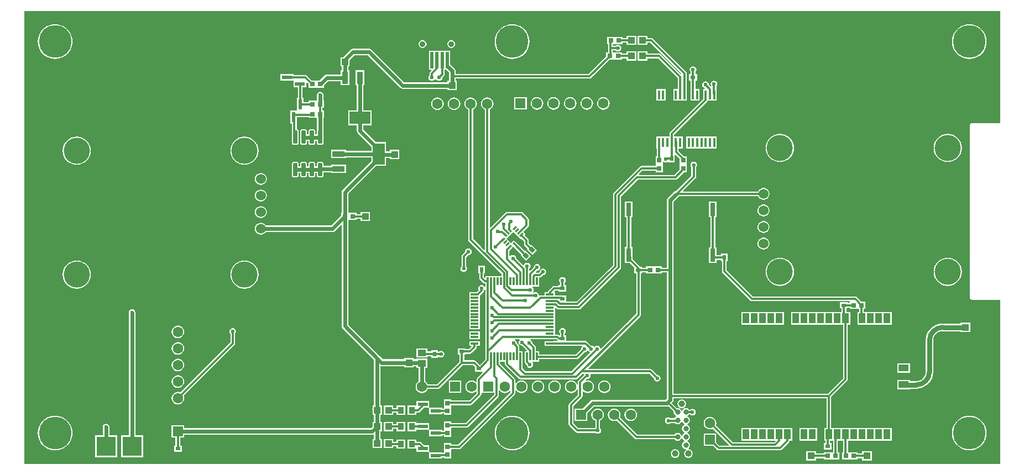
<source format=gbr>
%TF.GenerationSoftware,Altium Limited,Altium NEXUS,2.1.9 (83)*%
G04 Layer_Physical_Order=1*
G04 Layer_Color=255*
%FSLAX44Y44*%
%MOMM*%
%TF.FileFunction,Copper,L1,Top,Signal*%
%TF.Part,Single*%
G01*
G75*
%TA.AperFunction,Conductor*%
%ADD10C,0.7500*%
%TA.AperFunction,SMDPad,CuDef*%
%ADD11R,1.2000X0.3000*%
%ADD12R,0.3000X1.2000*%
%ADD13R,0.9000X1.0000*%
%ADD14R,0.8000X0.7000*%
%ADD15R,0.7000X0.8000*%
%ADD16R,1.3000X1.0000*%
%ADD17R,1.0000X1.0000*%
%ADD18R,0.8000X0.6000*%
%ADD19R,0.6000X0.8000*%
G04:AMPARAMS|DCode=20|XSize=1.97mm|YSize=0.6mm|CornerRadius=0.075mm|HoleSize=0mm|Usage=FLASHONLY|Rotation=270.000|XOffset=0mm|YOffset=0mm|HoleType=Round|Shape=RoundedRectangle|*
%AMROUNDEDRECTD20*
21,1,1.9700,0.4500,0,0,270.0*
21,1,1.8200,0.6000,0,0,270.0*
1,1,0.1500,-0.2250,-0.9100*
1,1,0.1500,-0.2250,0.9100*
1,1,0.1500,0.2250,0.9100*
1,1,0.1500,0.2250,-0.9100*
%
%ADD20ROUNDEDRECTD20*%
%ADD21R,0.6100X1.6100*%
%ADD22R,1.6100X0.6100*%
%ADD23R,1.5240X1.0160*%
%ADD24R,1.0160X1.5240*%
%ADD25R,1.0500X1.0000*%
%ADD26R,2.2000X1.0500*%
%ADD27R,1.1000X1.0000*%
%ADD28R,0.8000X2.0000*%
%ADD29R,0.3480X1.3970*%
G04:AMPARAMS|DCode=30|XSize=0.675mm|YSize=0.25mm|CornerRadius=0mm|HoleSize=0mm|Usage=FLASHONLY|Rotation=45.000|XOffset=0mm|YOffset=0mm|HoleType=Round|Shape=Rectangle|*
%AMROTATEDRECTD30*
4,1,4,-0.1503,-0.3270,-0.3270,-0.1503,0.1503,0.3270,0.3270,0.1503,-0.1503,-0.3270,0.0*
%
%ADD30ROTATEDRECTD30*%

G04:AMPARAMS|DCode=31|XSize=0.675mm|YSize=0.25mm|CornerRadius=0mm|HoleSize=0mm|Usage=FLASHONLY|Rotation=135.000|XOffset=0mm|YOffset=0mm|HoleType=Round|Shape=Rectangle|*
%AMROTATEDRECTD31*
4,1,4,0.3270,-0.1503,0.1503,-0.3270,-0.3270,0.1503,-0.1503,0.3270,0.3270,-0.1503,0.0*
%
%ADD31ROTATEDRECTD31*%

%TA.AperFunction,BGAPad,CuDef*%
%ADD32C,0.8000*%
%TA.AperFunction,SMDPad,CuDef*%
G04:AMPARAMS|DCode=33|XSize=0.6mm|YSize=0.8mm|CornerRadius=0mm|HoleSize=0mm|Usage=FLASHONLY|Rotation=225.000|XOffset=0mm|YOffset=0mm|HoleType=Round|Shape=Rectangle|*
%AMROTATEDRECTD33*
4,1,4,-0.0707,0.4950,0.4950,-0.0707,0.0707,-0.4950,-0.4950,0.0707,-0.0707,0.4950,0.0*
%
%ADD33ROTATEDRECTD33*%

%ADD34R,1.0000X1.0000*%
%ADD35R,3.0000X3.0000*%
%ADD36R,1.8600X0.9000*%
%ADD37R,1.8600X3.1900*%
%ADD38R,0.9000X1.8600*%
%ADD39R,3.1900X1.8600*%
%ADD40R,0.5000X2.5000*%
%ADD41R,2.0000X2.5000*%
%TA.AperFunction,Conductor*%
%ADD42C,0.3000*%
%ADD43C,0.6000*%
%TA.AperFunction,ComponentPad*%
%ADD44C,1.6000*%
%ADD45R,1.6000X1.6000*%
%ADD46C,4.0000*%
%ADD47C,1.5240*%
%ADD48R,1.6000X1.6000*%
%ADD49C,1.0000*%
%TA.AperFunction,WasherPad*%
%ADD50C,5.0000*%
%TA.AperFunction,ComponentPad*%
%ADD51C,0.9000*%
%TA.AperFunction,ViaPad*%
%ADD52C,0.6000*%
G36*
X1496941Y696941D02*
X1496941Y525059D01*
X1454000Y525059D01*
X1452829Y524826D01*
X1451837Y524163D01*
X1451174Y523171D01*
X1450941Y522000D01*
X1450941Y257500D01*
X1451174Y256329D01*
X1451837Y255337D01*
X1452829Y254674D01*
X1454000Y254441D01*
X1496941Y254441D01*
X1496942Y3059D01*
X3059Y3059D01*
X3059Y696941D01*
X1496941Y696941D01*
D02*
G37*
%LPC*%
G36*
X940000Y659000D02*
X925000D01*
Y655569D01*
X919000D01*
Y657500D01*
X908270D01*
X907000Y657500D01*
X905730Y657500D01*
X895000D01*
Y646500D01*
X896931D01*
Y633500D01*
X894000D01*
Y627547D01*
X867022Y600569D01*
X663098D01*
Y605098D01*
X662710Y607048D01*
X661605Y608702D01*
X655297Y615010D01*
Y635800D01*
X622298D01*
Y606800D01*
X625541D01*
X626027Y605627D01*
X624477Y604076D01*
X623703Y602918D01*
X623431Y601553D01*
Y598629D01*
X623395Y598605D01*
X622290Y596951D01*
X621902Y595000D01*
X622290Y593049D01*
X623395Y591395D01*
X625049Y590290D01*
X627000Y589902D01*
X628951Y590290D01*
X630605Y591395D01*
X631710Y593049D01*
X631853Y593766D01*
X633147D01*
X633290Y593049D01*
X634395Y591395D01*
X636049Y590290D01*
X638000Y589902D01*
X639951Y590290D01*
X641605Y591395D01*
X642710Y593049D01*
X643098Y595000D01*
X643089Y595043D01*
X645321Y597274D01*
X646094Y598432D01*
X646366Y599798D01*
Y606800D01*
X649088D01*
X652902Y602986D01*
Y597000D01*
Y590000D01*
X651000D01*
Y588098D01*
X584112D01*
X534605Y637605D01*
X532951Y638710D01*
X531000Y639098D01*
X506000D01*
X504049Y638710D01*
X502395Y637605D01*
X490790Y626000D01*
X487000D01*
Y612000D01*
X488902D01*
Y606050D01*
X487500D01*
Y599848D01*
X466250D01*
X464299Y599460D01*
X462645Y598355D01*
X454790Y590500D01*
X450000Y590500D01*
X448730Y590500D01*
X443047D01*
X435773Y597773D01*
X434616Y598547D01*
X433250Y598819D01*
X415100D01*
Y600300D01*
X395000D01*
Y590200D01*
X413692D01*
X414900Y590050D01*
X414900Y589013D01*
Y579950D01*
X421682D01*
Y564000D01*
X420200D01*
Y545308D01*
X420146Y544874D01*
X419170Y544100D01*
X418964Y544100D01*
X409950D01*
Y524000D01*
X412906D01*
Y512902D01*
X412896Y512850D01*
Y494650D01*
X413110Y493577D01*
X413717Y492667D01*
X414627Y492060D01*
X415700Y491846D01*
X420200D01*
X421273Y492060D01*
X422183Y492667D01*
X422790Y493577D01*
X423004Y494650D01*
Y512850D01*
X422790Y513923D01*
X422183Y514833D01*
X421273Y515440D01*
X420200Y515654D01*
X420044D01*
Y524000D01*
X420050D01*
Y534431D01*
X438000D01*
Y533500D01*
X448730D01*
X450000Y533500D01*
X450952Y532732D01*
Y508098D01*
X448404D01*
Y512850D01*
X448190Y513923D01*
X447583Y514833D01*
X446673Y515440D01*
X445600Y515654D01*
X441100D01*
X440027Y515440D01*
X439117Y514833D01*
X438510Y513923D01*
X438296Y512850D01*
Y508098D01*
X435704D01*
Y512850D01*
X435490Y513923D01*
X434883Y514833D01*
X433973Y515440D01*
X432900Y515654D01*
X428400D01*
X427327Y515440D01*
X426417Y514833D01*
X425810Y513923D01*
X425596Y512850D01*
Y494650D01*
X425810Y493577D01*
X426417Y492667D01*
X427327Y492060D01*
X428400Y491846D01*
X432900D01*
X433973Y492060D01*
X434883Y492667D01*
X435490Y493577D01*
X435704Y494650D01*
Y497902D01*
X438296D01*
Y494650D01*
X438510Y493577D01*
X439117Y492667D01*
X440027Y492060D01*
X441100Y491846D01*
X445600D01*
X446673Y492060D01*
X447583Y492667D01*
X448190Y493577D01*
X448404Y494650D01*
Y497902D01*
X450996D01*
Y494650D01*
X451210Y493577D01*
X451817Y492667D01*
X452727Y492060D01*
X453800Y491846D01*
X458300D01*
X459373Y492060D01*
X460283Y492667D01*
X460890Y493577D01*
X461104Y494650D01*
Y502778D01*
X461148Y503000D01*
Y533500D01*
X462000D01*
Y544500D01*
X459569D01*
Y548500D01*
X462000D01*
Y559500D01*
X461098D01*
Y568000D01*
X460710Y569951D01*
X459605Y571605D01*
X457951Y572710D01*
X456000Y573098D01*
X454049Y572710D01*
X452395Y571605D01*
X451290Y569951D01*
X450902Y568000D01*
Y560388D01*
X450000Y559500D01*
X448730Y559500D01*
X438000D01*
Y557569D01*
X430300D01*
Y564000D01*
X428819D01*
Y579950D01*
X435000D01*
Y586794D01*
X436173Y587280D01*
X438000Y585453D01*
Y579500D01*
X448730D01*
X450000Y579500D01*
X451270Y579500D01*
X462000D01*
Y583290D01*
X468362Y589652D01*
X487500D01*
Y583450D01*
X500500D01*
Y606050D01*
X499098D01*
Y612000D01*
X501000D01*
Y621790D01*
X508112Y628902D01*
X528888D01*
X578395Y579395D01*
X580049Y578290D01*
X582000Y577902D01*
X651000D01*
Y576000D01*
X665000D01*
Y590000D01*
X663098D01*
Y593431D01*
X868500D01*
X869866Y593703D01*
X871023Y594477D01*
X898978Y622431D01*
X900000D01*
X900345Y622500D01*
X906000Y622500D01*
X907270Y622500D01*
X918000D01*
Y624431D01*
X925000D01*
Y621000D01*
X940000D01*
Y635000D01*
X925000D01*
Y631569D01*
X918000D01*
Y633500D01*
X907270D01*
X906000Y633500D01*
X904967Y633500D01*
X904069Y634398D01*
Y636431D01*
X908371D01*
X908395Y636395D01*
X910049Y635290D01*
X912000Y634902D01*
X913951Y635290D01*
X915605Y636395D01*
X916710Y638049D01*
X917098Y640000D01*
X916710Y641951D01*
X915605Y643605D01*
X913951Y644710D01*
X912000Y645098D01*
X910049Y644710D01*
X908395Y643605D01*
X908371Y643569D01*
X904069D01*
Y645602D01*
X904967Y646500D01*
X907000Y646500D01*
X908270Y646500D01*
X919000D01*
Y648431D01*
X925000D01*
Y645000D01*
X940000D01*
Y659000D01*
D02*
G37*
G36*
X656797Y652517D02*
X654456Y652052D01*
X652472Y650726D01*
X651146Y648741D01*
X650680Y646400D01*
X651146Y644059D01*
X652472Y642074D01*
X654456Y640748D01*
X656797Y640283D01*
X659139Y640748D01*
X661123Y642074D01*
X662449Y644059D01*
X662915Y646400D01*
X662449Y648741D01*
X661123Y650726D01*
X659139Y652052D01*
X656797Y652517D01*
D02*
G37*
G36*
X612798D02*
X610456Y652052D01*
X608472Y650726D01*
X607146Y648741D01*
X606680Y646400D01*
X607146Y644059D01*
X608472Y642074D01*
X610456Y640748D01*
X612798Y640283D01*
X615139Y640748D01*
X617123Y642074D01*
X618449Y644059D01*
X618915Y646400D01*
X618449Y648741D01*
X617123Y650726D01*
X615139Y652052D01*
X612798Y652517D01*
D02*
G37*
G36*
X1450000Y676582D02*
X1445842Y676255D01*
X1441786Y675281D01*
X1437932Y673685D01*
X1434375Y671505D01*
X1431204Y668796D01*
X1428495Y665624D01*
X1426315Y662068D01*
X1424719Y658214D01*
X1423745Y654158D01*
X1423418Y650000D01*
X1423745Y645842D01*
X1424719Y641786D01*
X1426315Y637932D01*
X1428495Y634375D01*
X1431204Y631204D01*
X1434375Y628495D01*
X1437932Y626315D01*
X1441786Y624719D01*
X1445842Y623745D01*
X1450000Y623418D01*
X1454158Y623745D01*
X1458214Y624719D01*
X1462068Y626315D01*
X1465625Y628495D01*
X1468796Y631204D01*
X1471505Y634375D01*
X1473685Y637932D01*
X1475281Y641786D01*
X1476255Y645842D01*
X1476582Y650000D01*
X1476255Y654158D01*
X1475281Y658214D01*
X1473685Y662068D01*
X1471505Y665624D01*
X1468796Y668796D01*
X1465625Y671505D01*
X1462068Y673685D01*
X1458214Y675281D01*
X1454158Y676255D01*
X1450000Y676582D01*
D02*
G37*
G36*
X750000D02*
X745842Y676255D01*
X741786Y675281D01*
X737932Y673685D01*
X734376Y671505D01*
X731204Y668796D01*
X728495Y665624D01*
X726315Y662068D01*
X724719Y658214D01*
X723745Y654158D01*
X723418Y650000D01*
X723745Y645842D01*
X724719Y641786D01*
X726315Y637932D01*
X728495Y634375D01*
X731204Y631204D01*
X734376Y628495D01*
X737932Y626315D01*
X741786Y624719D01*
X745842Y623745D01*
X750000Y623418D01*
X754158Y623745D01*
X758214Y624719D01*
X762068Y626315D01*
X765624Y628495D01*
X768796Y631204D01*
X771505Y634375D01*
X773685Y637932D01*
X775281Y641786D01*
X776255Y645842D01*
X776582Y650000D01*
X776255Y654158D01*
X775281Y658214D01*
X773685Y662068D01*
X771505Y665624D01*
X768796Y668796D01*
X765624Y671505D01*
X762068Y673685D01*
X758214Y675281D01*
X754158Y676255D01*
X750000Y676582D01*
D02*
G37*
G36*
X50000D02*
X45842Y676255D01*
X41786Y675281D01*
X37932Y673685D01*
X34376Y671505D01*
X31204Y668796D01*
X28495Y665624D01*
X26315Y662068D01*
X24719Y658214D01*
X23745Y654158D01*
X23418Y650000D01*
X23745Y645842D01*
X24719Y641786D01*
X26315Y637932D01*
X28495Y634375D01*
X31204Y631204D01*
X34376Y628495D01*
X37932Y626315D01*
X41786Y624719D01*
X45842Y623745D01*
X50000Y623418D01*
X54158Y623745D01*
X58214Y624719D01*
X62068Y626315D01*
X65624Y628495D01*
X68796Y631204D01*
X71505Y634375D01*
X73685Y637932D01*
X75281Y641786D01*
X76255Y645842D01*
X76582Y650000D01*
X76255Y654158D01*
X75281Y658214D01*
X73685Y662068D01*
X71505Y665624D01*
X68796Y668796D01*
X65624Y671505D01*
X62068Y673685D01*
X58214Y675281D01*
X54158Y676255D01*
X50000Y676582D01*
D02*
G37*
G36*
X957000Y659000D02*
X942000D01*
Y645000D01*
X957000D01*
Y648431D01*
X961522D01*
X1009538Y600416D01*
X1009519Y600324D01*
X1008141Y599906D01*
X977523Y630523D01*
X976366Y631297D01*
X975000Y631569D01*
X957000D01*
Y635000D01*
X942000D01*
Y621000D01*
X957000D01*
Y624431D01*
X973522D01*
X1003681Y594272D01*
Y577545D01*
X997010D01*
Y559575D01*
X1017490D01*
Y567605D01*
X1017569Y568000D01*
Y601000D01*
X1017297Y602366D01*
X1016523Y603523D01*
X965523Y654523D01*
X964366Y655297D01*
X963000Y655568D01*
X957000D01*
Y659000D01*
D02*
G37*
G36*
X1026998Y612097D02*
X1025047Y611709D01*
X1023393Y610604D01*
X1022288Y608950D01*
X1021900Y606999D01*
X1022288Y605048D01*
X1023393Y603394D01*
X1023431Y603368D01*
Y600000D01*
X1021000D01*
Y590000D01*
X1023431D01*
Y587000D01*
X1023431Y587000D01*
Y577545D01*
X1023010D01*
Y559575D01*
X1036990D01*
Y577545D01*
X1030569D01*
Y587000D01*
X1030569Y587000D01*
Y590000D01*
X1033000D01*
Y600000D01*
X1030569D01*
Y603371D01*
X1030603Y603394D01*
X1031708Y605048D01*
X1032096Y606999D01*
X1031708Y608950D01*
X1030603Y610604D01*
X1028949Y611709D01*
X1026998Y612097D01*
D02*
G37*
G36*
X984990Y577545D02*
X971010D01*
Y559575D01*
X984990D01*
Y577545D01*
D02*
G37*
G36*
X772230Y564840D02*
X753230D01*
Y545840D01*
X772230D01*
Y564840D01*
D02*
G37*
G36*
X889730Y564922D02*
X887250Y564596D01*
X884939Y563639D01*
X882954Y562116D01*
X881431Y560131D01*
X880474Y557820D01*
X880148Y555340D01*
X880474Y552860D01*
X881431Y550549D01*
X882954Y548565D01*
X884939Y547042D01*
X887250Y546085D01*
X889730Y545759D01*
X892210Y546085D01*
X894521Y547042D01*
X896505Y548565D01*
X898028Y550549D01*
X898985Y552860D01*
X899312Y555340D01*
X898985Y557820D01*
X898028Y560131D01*
X896505Y562116D01*
X894521Y563639D01*
X892210Y564596D01*
X889730Y564922D01*
D02*
G37*
G36*
X864330D02*
X861850Y564596D01*
X859539Y563639D01*
X857554Y562116D01*
X856031Y560131D01*
X855074Y557820D01*
X854748Y555340D01*
X855074Y552860D01*
X856031Y550549D01*
X857554Y548565D01*
X859539Y547042D01*
X861850Y546085D01*
X864330Y545759D01*
X866810Y546085D01*
X869121Y547042D01*
X871105Y548565D01*
X872628Y550549D01*
X873585Y552860D01*
X873912Y555340D01*
X873585Y557820D01*
X872628Y560131D01*
X871105Y562116D01*
X869121Y563639D01*
X866810Y564596D01*
X864330Y564922D01*
D02*
G37*
G36*
X838930D02*
X836450Y564596D01*
X834139Y563639D01*
X832154Y562116D01*
X830631Y560131D01*
X829674Y557820D01*
X829348Y555340D01*
X829674Y552860D01*
X830631Y550549D01*
X832154Y548565D01*
X834139Y547042D01*
X836450Y546085D01*
X838930Y545759D01*
X841410Y546085D01*
X843721Y547042D01*
X845705Y548565D01*
X847228Y550549D01*
X848185Y552860D01*
X848512Y555340D01*
X848185Y557820D01*
X847228Y560131D01*
X845705Y562116D01*
X843721Y563639D01*
X841410Y564596D01*
X838930Y564922D01*
D02*
G37*
G36*
X813530D02*
X811050Y564596D01*
X808739Y563639D01*
X806754Y562116D01*
X805231Y560131D01*
X804274Y557820D01*
X803948Y555340D01*
X804274Y552860D01*
X805231Y550549D01*
X806754Y548565D01*
X808739Y547042D01*
X811050Y546085D01*
X813530Y545759D01*
X816010Y546085D01*
X818321Y547042D01*
X820305Y548565D01*
X821828Y550549D01*
X822785Y552860D01*
X823111Y555340D01*
X822785Y557820D01*
X821828Y560131D01*
X820305Y562116D01*
X818321Y563639D01*
X816010Y564596D01*
X813530Y564922D01*
D02*
G37*
G36*
X788130D02*
X785650Y564596D01*
X783339Y563639D01*
X781354Y562116D01*
X779831Y560131D01*
X778874Y557820D01*
X778548Y555340D01*
X778874Y552860D01*
X779831Y550549D01*
X781354Y548565D01*
X783339Y547042D01*
X785650Y546085D01*
X788130Y545759D01*
X790610Y546085D01*
X792921Y547042D01*
X794905Y548565D01*
X796428Y550549D01*
X797385Y552860D01*
X797711Y555340D01*
X797385Y557820D01*
X796428Y560131D01*
X794905Y562116D01*
X792921Y563639D01*
X790610Y564596D01*
X788130Y564922D01*
D02*
G37*
G36*
X661130Y564582D02*
X658650Y564255D01*
X656339Y563298D01*
X654354Y561776D01*
X652832Y559791D01*
X651874Y557480D01*
X651548Y555000D01*
X651874Y552520D01*
X652832Y550209D01*
X654354Y548225D01*
X656339Y546702D01*
X658650Y545745D01*
X661130Y545418D01*
X663610Y545745D01*
X665921Y546702D01*
X667905Y548225D01*
X669428Y550209D01*
X670386Y552520D01*
X670712Y555000D01*
X670386Y557480D01*
X669428Y559791D01*
X667905Y561776D01*
X665921Y563298D01*
X663610Y564255D01*
X661130Y564582D01*
D02*
G37*
G36*
X635730D02*
X633250Y564255D01*
X630939Y563298D01*
X628955Y561776D01*
X627432Y559791D01*
X626474Y557480D01*
X626148Y555000D01*
X626474Y552520D01*
X627432Y550209D01*
X628955Y548225D01*
X630939Y546702D01*
X633250Y545745D01*
X635730Y545418D01*
X638210Y545745D01*
X640521Y546702D01*
X642505Y548225D01*
X644028Y550209D01*
X644986Y552520D01*
X645312Y555000D01*
X644986Y557480D01*
X644028Y559791D01*
X642505Y561776D01*
X640521Y563298D01*
X638210Y564255D01*
X635730Y564582D01*
D02*
G37*
G36*
X1062990Y504425D02*
X1016510D01*
Y486455D01*
X1062990D01*
Y504425D01*
D02*
G37*
G36*
X523500Y606050D02*
X510500D01*
Y583450D01*
X511902D01*
Y544550D01*
X499050D01*
Y521950D01*
X511902D01*
Y513400D01*
X512290Y511449D01*
X513395Y509795D01*
X534450Y488740D01*
Y483098D01*
X495550D01*
Y484500D01*
X472950D01*
Y471500D01*
X495550D01*
Y472902D01*
X534450D01*
Y467260D01*
X490395Y423205D01*
X489290Y421551D01*
X488902Y419600D01*
Y387500D01*
X488000D01*
Y383710D01*
X472708Y368418D01*
X372658D01*
X371578Y369824D01*
X369673Y371286D01*
X367455Y372205D01*
X365074Y372519D01*
X362693Y372205D01*
X360475Y371286D01*
X358569Y369824D01*
X357108Y367919D01*
X356189Y365701D01*
X355875Y363320D01*
X356189Y360939D01*
X357108Y358721D01*
X358569Y356815D01*
X360475Y355354D01*
X362693Y354435D01*
X365074Y354121D01*
X367455Y354435D01*
X369673Y355354D01*
X371578Y356815D01*
X372658Y358222D01*
X474820D01*
X476771Y358610D01*
X478425Y359715D01*
X487729Y369019D01*
X488902Y368533D01*
Y214000D01*
X489290Y212049D01*
X490395Y210395D01*
X538402Y162388D01*
Y92000D01*
X536000D01*
Y87993D01*
X535902Y87500D01*
Y87000D01*
X536000Y86507D01*
Y78000D01*
X538402D01*
Y67000D01*
X536000D01*
Y60210D01*
X533688Y57898D01*
X247500D01*
Y62300D01*
X228500D01*
Y43300D01*
X234431D01*
Y31000D01*
X232000D01*
Y21000D01*
X244000D01*
Y31000D01*
X241569D01*
Y43300D01*
X247500D01*
Y47702D01*
X535800D01*
X537132Y47967D01*
X538402Y47114D01*
Y41000D01*
X536000D01*
Y27000D01*
X551000D01*
Y41000D01*
X548598D01*
Y53000D01*
X551000D01*
Y67000D01*
X548598D01*
Y78000D01*
X551000D01*
Y92000D01*
X548598D01*
Y152180D01*
X549580Y152986D01*
X550000Y152902D01*
X585000D01*
Y151000D01*
X599000D01*
Y152902D01*
X603500D01*
Y150000D01*
X606702D01*
Y129216D01*
X604824Y127775D01*
X603302Y125791D01*
X602345Y123480D01*
X602018Y121000D01*
X602345Y118520D01*
X603302Y116209D01*
X604824Y114225D01*
X606809Y112702D01*
X609120Y111745D01*
X611600Y111418D01*
X614080Y111745D01*
X616391Y112702D01*
X618375Y114225D01*
X619898Y116209D01*
X620405Y117431D01*
X636000D01*
X637366Y117703D01*
X638523Y118477D01*
X669523Y149477D01*
X669523Y149477D01*
X674478Y154431D01*
X690522D01*
X693000Y151953D01*
Y144000D01*
X704157D01*
X704683Y142730D01*
X696778Y134825D01*
X696005Y133667D01*
X695733Y132302D01*
Y128166D01*
X695383Y128048D01*
X694463Y127861D01*
X692593Y129297D01*
X690282Y130254D01*
X687802Y130580D01*
X685322Y130254D01*
X683011Y129297D01*
X681026Y127774D01*
X679503Y125789D01*
X678546Y123478D01*
X678220Y120998D01*
X678546Y118518D01*
X679503Y116207D01*
X681026Y114223D01*
X683011Y112700D01*
X685322Y111743D01*
X687802Y111416D01*
X690282Y111743D01*
X692593Y112700D01*
X694463Y114135D01*
X695383Y113949D01*
X695733Y113830D01*
Y110976D01*
X684522Y99765D01*
X656500D01*
Y102000D01*
X645500D01*
Y91270D01*
X645500Y90000D01*
X645500Y88730D01*
Y87444D01*
X643000D01*
Y88800D01*
X624308D01*
X623873Y88854D01*
X623100Y89829D01*
X623100Y90036D01*
Y99050D01*
X603000D01*
Y93270D01*
X603000Y92000D01*
X590000D01*
Y78000D01*
X603000D01*
Y81431D01*
X606000D01*
X607366Y81703D01*
X608523Y82477D01*
X614997Y88950D01*
X621692D01*
X622127Y88896D01*
X622900Y87921D01*
X622900Y87714D01*
Y78700D01*
X643000D01*
Y80306D01*
X645500D01*
Y78000D01*
X656500D01*
Y88730D01*
X656500Y90000D01*
X656500Y91270D01*
Y92628D01*
X686000D01*
X687366Y92900D01*
X688523Y93673D01*
X701825Y106975D01*
X702598Y108133D01*
X702870Y109498D01*
Y110574D01*
X703700Y111500D01*
X722431D01*
Y109478D01*
X678522Y65569D01*
X656500D01*
Y68000D01*
X645500D01*
Y57270D01*
X645500Y56000D01*
X645500Y54730D01*
Y53444D01*
X643000D01*
Y54800D01*
X624308D01*
X623873Y54854D01*
X623100Y55829D01*
X623100Y56036D01*
Y65050D01*
X603000D01*
X603000Y66320D01*
Y67000D01*
X590000D01*
Y53000D01*
X603000D01*
Y53680D01*
X603000Y54950D01*
X621692D01*
X622127Y54896D01*
X622900Y53920D01*
X622900Y53714D01*
Y44700D01*
X643000D01*
Y46306D01*
X645500D01*
Y44000D01*
X656500D01*
Y54730D01*
X656500Y56000D01*
X656500Y57533D01*
X657398Y58431D01*
X680000D01*
X681366Y58703D01*
X682523Y59477D01*
X728523Y105477D01*
X729297Y106634D01*
X729569Y108000D01*
Y115078D01*
X730839Y115510D01*
X731824Y114225D01*
X733809Y112702D01*
X736120Y111745D01*
X738600Y111418D01*
X741080Y111745D01*
X743391Y112702D01*
X745375Y114225D01*
X746161Y115249D01*
X747431Y114818D01*
Y112478D01*
X667522Y32569D01*
X656500D01*
Y35000D01*
X645500D01*
Y24270D01*
X645500Y23000D01*
X645500Y21730D01*
Y19569D01*
X643000D01*
Y20800D01*
X624308D01*
X623873Y20854D01*
X623100Y21829D01*
X623100Y22036D01*
Y31050D01*
X614997D01*
X610523Y35523D01*
X609366Y36297D01*
X608000Y36569D01*
X603000D01*
Y40000D01*
X590000D01*
Y26000D01*
X603000D01*
X603000Y24730D01*
Y20950D01*
X621692D01*
X622127Y20896D01*
X622900Y19921D01*
X622900Y19714D01*
Y10700D01*
X643000D01*
Y12431D01*
X645500D01*
Y11000D01*
X656500D01*
Y21730D01*
X656500Y23000D01*
X656500Y24533D01*
X657398Y25431D01*
X669000D01*
X670366Y25703D01*
X671523Y26477D01*
X753523Y108477D01*
X754297Y109634D01*
X754569Y111000D01*
Y115683D01*
X755176Y115965D01*
X755839Y116031D01*
X757225Y114225D01*
X759209Y112702D01*
X761520Y111745D01*
X764000Y111418D01*
X766480Y111745D01*
X768791Y112702D01*
X770775Y114225D01*
X772298Y116209D01*
X773255Y118520D01*
X773582Y121000D01*
X773255Y123480D01*
X772298Y125791D01*
X770775Y127775D01*
X768791Y129298D01*
X766480Y130255D01*
X764000Y130582D01*
X761520Y130255D01*
X759209Y129298D01*
X757225Y127775D01*
X755839Y125969D01*
X755176Y126035D01*
X754569Y126317D01*
Y131500D01*
X754297Y132866D01*
X753523Y134023D01*
X731069Y156478D01*
Y159500D01*
X738931D01*
Y155500D01*
X739203Y154134D01*
X739977Y152977D01*
X759477Y133477D01*
X760634Y132703D01*
X762000Y132431D01*
X848000D01*
X849366Y132703D01*
X850523Y133477D01*
X857978Y140931D01*
X859534D01*
X860232Y139661D01*
X860138Y139184D01*
X851577Y130623D01*
X850803Y129466D01*
X850531Y128100D01*
Y124201D01*
X849261Y123948D01*
X848498Y125791D01*
X846975Y127775D01*
X844991Y129298D01*
X842680Y130255D01*
X840200Y130582D01*
X837720Y130255D01*
X835409Y129298D01*
X833425Y127775D01*
X831902Y125791D01*
X830945Y123480D01*
X830618Y121000D01*
X830945Y118520D01*
X831902Y116209D01*
X833425Y114225D01*
X835409Y112702D01*
X837720Y111745D01*
X840200Y111418D01*
X842680Y111745D01*
X844991Y112702D01*
X846975Y114225D01*
X848498Y116209D01*
X849261Y118052D01*
X850531Y117799D01*
Y108578D01*
X837477Y95523D01*
X836703Y94366D01*
X836431Y93000D01*
Y64000D01*
X836703Y62634D01*
X837477Y61477D01*
X847477Y51477D01*
X848634Y50703D01*
X850000Y50431D01*
X877371D01*
X877395Y50395D01*
X879049Y49290D01*
X881000Y48902D01*
X882951Y49290D01*
X884605Y50395D01*
X885710Y52049D01*
X886098Y54000D01*
X885710Y55951D01*
X884605Y57605D01*
X884369Y57763D01*
Y69278D01*
X885391Y69702D01*
X887375Y71224D01*
X888898Y73209D01*
X889855Y75520D01*
X890182Y78000D01*
X889855Y80480D01*
X888898Y82791D01*
X887375Y84775D01*
X885391Y86298D01*
X883080Y87255D01*
X880600Y87582D01*
X878120Y87255D01*
X875809Y86298D01*
X873824Y84775D01*
X872302Y82791D01*
X871345Y80480D01*
X871018Y78000D01*
X871345Y75520D01*
X872302Y73209D01*
X873824Y71224D01*
X875809Y69702D01*
X877231Y69113D01*
Y57569D01*
X851478D01*
X843569Y65478D01*
Y91522D01*
X854346Y102299D01*
X854366Y102303D01*
X855523Y103077D01*
X856297Y104234D01*
X856301Y104254D01*
X856623Y104577D01*
X857397Y105734D01*
X857669Y107100D01*
Y113832D01*
X858018Y113951D01*
X858939Y114137D01*
X860809Y112702D01*
X863120Y111745D01*
X865600Y111418D01*
X868080Y111745D01*
X870391Y112702D01*
X872375Y114225D01*
X873898Y116209D01*
X874855Y118520D01*
X875182Y121000D01*
X874855Y123480D01*
X873898Y125791D01*
X872375Y127775D01*
X870391Y129298D01*
X868080Y130255D01*
X865600Y130582D01*
X863120Y130255D01*
X863083Y130240D01*
X862364Y131317D01*
X864123Y133076D01*
X865000Y132902D01*
X866951Y133290D01*
X868605Y134395D01*
X869710Y136049D01*
X870098Y138000D01*
X869768Y139661D01*
X870466Y140931D01*
X960022D01*
X966911Y134043D01*
X966902Y134000D01*
X967290Y132049D01*
X968395Y130395D01*
X970049Y129290D01*
X972000Y128902D01*
X973951Y129290D01*
X975605Y130395D01*
X976710Y132049D01*
X977098Y134000D01*
X976710Y135951D01*
X975605Y137605D01*
X973951Y138710D01*
X972000Y139098D01*
X971957Y139089D01*
X964023Y147023D01*
X962866Y147797D01*
X961500Y148069D01*
X866775D01*
X866289Y149242D01*
X946023Y228977D01*
X946797Y230134D01*
X947069Y231500D01*
Y295000D01*
X949000D01*
Y296431D01*
X955000D01*
Y294500D01*
X965730D01*
X967000Y294500D01*
X968270Y294500D01*
X979000D01*
Y296431D01*
X986902D01*
Y107000D01*
Y103112D01*
X984888Y101098D01*
X873200D01*
X871249Y100710D01*
X869595Y99605D01*
X857490Y87500D01*
X845700D01*
Y68500D01*
X864700D01*
Y80290D01*
X875312Y90902D01*
X987000D01*
X988951Y91290D01*
X989018Y91335D01*
X997360Y82993D01*
X997182Y82100D01*
X997648Y79759D01*
X998974Y77774D01*
X1000959Y76448D01*
X1001214Y76397D01*
Y75103D01*
X1000959Y75052D01*
X998974Y73726D01*
X998201Y72569D01*
X992629D01*
X992605Y72605D01*
X990951Y73710D01*
X989000Y74098D01*
X987049Y73710D01*
X985395Y72605D01*
X984290Y70951D01*
X983902Y69000D01*
X984290Y67049D01*
X985395Y65395D01*
X987049Y64290D01*
X989000Y63902D01*
X990951Y64290D01*
X992605Y65395D01*
X992629Y65431D01*
X998736D01*
X998974Y65074D01*
X1000959Y63748D01*
X1003300Y63282D01*
X1005641Y63748D01*
X1007626Y65074D01*
X1008952Y67059D01*
X1009003Y67314D01*
X1010297D01*
X1010348Y67059D01*
X1011674Y65074D01*
X1013659Y63748D01*
X1013914Y63697D01*
Y62403D01*
X1013659Y62352D01*
X1011674Y61026D01*
X1010348Y59041D01*
X1009883Y56700D01*
X1010348Y54359D01*
X1011674Y52374D01*
X1013659Y51048D01*
X1013914Y50997D01*
Y49703D01*
X1013659Y49652D01*
X1011674Y48326D01*
X1010348Y46341D01*
X1010297Y46086D01*
X1009003D01*
X1008952Y46341D01*
X1007626Y48326D01*
X1005641Y49652D01*
X1003300Y50118D01*
X1000959Y49652D01*
X998974Y48326D01*
X998468Y47569D01*
X941478D01*
X914749Y74298D01*
X915255Y75520D01*
X915582Y78000D01*
X915255Y80480D01*
X914298Y82791D01*
X912775Y84775D01*
X910791Y86298D01*
X908480Y87255D01*
X906000Y87582D01*
X903520Y87255D01*
X901209Y86298D01*
X899224Y84775D01*
X897702Y82791D01*
X896745Y80480D01*
X896418Y78000D01*
X896745Y75520D01*
X897702Y73209D01*
X899224Y71224D01*
X901209Y69702D01*
X903520Y68745D01*
X906000Y68418D01*
X908480Y68745D01*
X909702Y69251D01*
X937477Y41477D01*
X938634Y40703D01*
X940000Y40431D01*
X998468D01*
X998974Y39674D01*
X1000959Y38348D01*
X1003300Y37882D01*
X1005641Y38348D01*
X1007626Y39674D01*
X1008952Y41659D01*
X1009003Y41914D01*
X1010297D01*
X1010348Y41659D01*
X1011674Y39674D01*
X1013659Y38348D01*
X1013914Y38297D01*
Y37002D01*
X1013659Y36952D01*
X1011674Y35626D01*
X1010348Y33641D01*
X1009883Y31300D01*
X1010348Y28959D01*
X1011674Y26974D01*
X1013659Y25648D01*
X1015694Y25243D01*
X1016082Y24292D01*
X1016113Y23964D01*
X1015164Y23236D01*
X1014122Y21878D01*
X1013467Y20297D01*
X1013244Y18600D01*
X1013467Y16903D01*
X1014122Y15322D01*
X1015164Y13964D01*
X1016522Y12922D01*
X1018103Y12267D01*
X1019800Y12044D01*
X1021497Y12267D01*
X1023078Y12922D01*
X1024436Y13964D01*
X1025478Y15322D01*
X1026133Y16903D01*
X1026356Y18600D01*
X1026133Y20297D01*
X1025478Y21878D01*
X1024436Y23236D01*
X1023078Y24278D01*
X1021497Y24933D01*
X1019876Y25146D01*
X1019797Y25263D01*
X1019624Y26505D01*
X1020326Y26974D01*
X1021652Y28959D01*
X1022117Y31300D01*
X1021652Y33641D01*
X1020326Y35626D01*
X1018341Y36952D01*
X1018086Y37002D01*
Y38297D01*
X1018341Y38348D01*
X1020326Y39674D01*
X1021652Y41659D01*
X1022117Y44000D01*
X1021652Y46341D01*
X1020326Y48326D01*
X1018341Y49652D01*
X1018086Y49703D01*
Y50997D01*
X1018341Y51048D01*
X1020326Y52374D01*
X1021652Y54359D01*
X1022117Y56700D01*
X1021652Y59041D01*
X1020326Y61026D01*
X1018341Y62352D01*
X1018086Y62403D01*
Y63697D01*
X1018341Y63748D01*
X1020326Y65074D01*
X1021652Y67059D01*
X1022117Y69400D01*
X1021652Y71741D01*
X1020326Y73726D01*
X1018341Y75052D01*
X1018086Y75103D01*
Y76397D01*
X1018341Y76448D01*
X1020326Y77774D01*
X1020832Y78531D01*
X1022304D01*
X1022395Y78395D01*
X1024049Y77290D01*
X1026000Y76902D01*
X1027951Y77290D01*
X1029605Y78395D01*
X1030710Y80049D01*
X1031098Y82000D01*
X1030710Y83951D01*
X1029605Y85605D01*
X1027951Y86710D01*
X1026000Y87098D01*
X1024049Y86710D01*
X1022491Y85669D01*
X1020832D01*
X1020326Y86426D01*
X1018341Y87752D01*
X1016000Y88217D01*
X1013659Y87752D01*
X1011674Y86426D01*
X1010348Y84441D01*
X1010297Y84186D01*
X1009003D01*
X1008952Y84441D01*
X1007626Y86426D01*
X1005641Y87752D01*
X1003300Y88217D01*
X1002407Y88040D01*
X994328Y96119D01*
X995605Y97395D01*
X996710Y99049D01*
X997098Y101000D01*
Y103431D01*
X1231431D01*
Y57720D01*
X1227970D01*
Y38480D01*
X1229432D01*
Y35000D01*
X1227000D01*
Y25000D01*
X1239000D01*
Y35000D01*
X1236569D01*
Y38480D01*
X1241432D01*
Y21398D01*
X1240533Y20500D01*
X1239000Y20500D01*
X1237730Y20500D01*
X1227000D01*
Y18569D01*
X1220000D01*
X1220000Y18569D01*
X1215000D01*
Y22000D01*
X1200000D01*
Y8000D01*
X1215000D01*
Y11431D01*
X1220000D01*
X1220000Y11431D01*
X1227000D01*
Y9500D01*
X1237730D01*
X1239000Y9500D01*
X1240270Y9500D01*
X1251000D01*
Y20500D01*
X1248569D01*
Y38480D01*
X1256931D01*
Y20500D01*
X1255000D01*
Y9500D01*
X1265730D01*
X1267000Y9500D01*
X1268270Y9500D01*
X1279000D01*
Y11431D01*
X1286000D01*
Y8000D01*
X1301000D01*
Y22000D01*
X1286000D01*
Y18569D01*
X1279000D01*
Y20500D01*
X1268270D01*
X1267000Y20500D01*
X1265730Y20500D01*
X1264069D01*
Y38480D01*
X1331030D01*
Y57720D01*
X1238569D01*
Y105522D01*
X1262973Y129927D01*
X1263747Y131084D01*
X1264019Y132450D01*
Y216280D01*
X1267530D01*
Y235520D01*
X1261569D01*
Y241000D01*
X1264000D01*
Y242431D01*
X1267000D01*
Y240500D01*
X1279000D01*
Y240500D01*
X1280533Y240500D01*
X1281431Y239602D01*
Y235520D01*
X1278770D01*
Y216280D01*
X1331030D01*
Y235520D01*
X1288569D01*
Y240500D01*
X1291000D01*
Y251500D01*
X1284047D01*
X1283937Y251609D01*
X1283797Y252315D01*
X1283023Y253473D01*
X1277973Y258523D01*
X1276815Y259297D01*
X1275450Y259569D01*
X1118478D01*
X1078569Y299478D01*
Y313000D01*
X1080000D01*
Y325000D01*
X1070000D01*
Y322569D01*
X1063347D01*
Y334946D01*
X1060915D01*
Y380946D01*
X1063347D01*
Y404946D01*
X1051347D01*
Y380946D01*
X1053778D01*
Y334946D01*
X1051347D01*
Y310946D01*
X1063347D01*
Y315431D01*
X1070000D01*
Y313000D01*
X1071431D01*
Y298000D01*
X1071703Y296634D01*
X1072477Y295477D01*
X1114477Y253477D01*
X1115634Y252703D01*
X1117000Y252431D01*
X1266183D01*
X1267000Y251500D01*
Y249569D01*
X1264000D01*
Y251000D01*
X1252000D01*
Y241000D01*
X1254432D01*
Y235520D01*
X1177170D01*
Y216280D01*
X1256881D01*
Y133928D01*
X1233522Y110569D01*
X997098D01*
Y300000D01*
X997098Y300000D01*
Y404888D01*
X1004605Y412395D01*
X1005083Y413111D01*
X1126533D01*
X1126960Y412081D01*
X1128421Y410176D01*
X1130327Y408714D01*
X1132545Y407795D01*
X1134926Y407481D01*
X1137307Y407795D01*
X1139525Y408714D01*
X1141431Y410176D01*
X1142892Y412081D01*
X1143811Y414299D01*
X1144125Y416680D01*
X1143811Y419061D01*
X1142892Y421279D01*
X1141431Y423185D01*
X1139525Y424646D01*
X1137307Y425565D01*
X1134926Y425879D01*
X1132545Y425565D01*
X1130327Y424646D01*
X1128421Y423185D01*
X1126960Y421279D01*
X1126533Y420249D01*
X1011955D01*
X1011469Y421422D01*
X1030523Y440477D01*
X1031297Y441634D01*
X1031569Y443000D01*
Y457371D01*
X1031605Y457395D01*
X1032710Y459049D01*
X1033098Y461000D01*
X1032710Y462951D01*
X1031605Y464605D01*
X1029951Y465710D01*
X1028000Y466098D01*
X1026049Y465710D01*
X1024395Y464605D01*
X1023290Y462951D01*
X1022902Y461000D01*
X1023290Y459049D01*
X1024395Y457395D01*
X1024431Y457371D01*
Y444478D01*
X1001043Y421090D01*
X1001000Y421098D01*
X999049Y420710D01*
X997395Y419605D01*
X988395Y410605D01*
X987290Y408951D01*
X986902Y407000D01*
Y303569D01*
X979000D01*
Y305500D01*
X968270D01*
X967000Y305500D01*
X965730Y305500D01*
X955000D01*
Y303569D01*
X949000D01*
Y305000D01*
X945873D01*
X945523Y305523D01*
X934648Y316399D01*
Y335052D01*
X932217D01*
Y381052D01*
X934648D01*
Y405052D01*
X922648D01*
Y381052D01*
X925079D01*
Y335052D01*
X922648D01*
Y311052D01*
X929901D01*
X937000Y303953D01*
Y295000D01*
X939931D01*
Y232978D01*
X886320Y179367D01*
X884942Y179785D01*
X884710Y180951D01*
X883605Y182605D01*
X881951Y183710D01*
X880000Y184098D01*
X878049Y183710D01*
X876395Y182605D01*
X876135Y182215D01*
X874865D01*
X874605Y182605D01*
X872951Y183710D01*
X871176Y184063D01*
X865216Y190023D01*
X864058Y190797D01*
X862692Y191069D01*
X833000D01*
Y200000D01*
X830569D01*
Y202371D01*
X830605Y202395D01*
X831710Y204049D01*
X832098Y206000D01*
X831710Y207951D01*
X830605Y209605D01*
X828951Y210710D01*
X827000Y211098D01*
X825049Y210710D01*
X823395Y209605D01*
X822290Y207951D01*
X821902Y206000D01*
X822290Y204049D01*
X823395Y202395D01*
X823431Y202371D01*
Y200000D01*
X822047D01*
X822023Y200023D01*
X820866Y200797D01*
X819500Y201068D01*
X815500D01*
Y209000D01*
Y219000D01*
Y229000D01*
Y241773D01*
X816673Y242259D01*
X818456Y240477D01*
X819614Y239703D01*
X820979Y239431D01*
X852071D01*
X853437Y239703D01*
X854594Y240477D01*
X915523Y301406D01*
X916297Y302563D01*
X916569Y303929D01*
Y412451D01*
X942549Y438431D01*
X1000000D01*
X1001366Y438703D01*
X1002523Y439477D01*
X1013047Y450000D01*
X1017500D01*
Y460730D01*
X1017500Y462000D01*
X1017500Y463270D01*
Y474000D01*
X1013047D01*
X1004569Y482478D01*
Y486455D01*
X1010990D01*
Y504425D01*
X997819D01*
Y507489D01*
X1048523Y558194D01*
X1049297Y559352D01*
X1049341Y559575D01*
X1062990D01*
Y577545D01*
X1062569D01*
Y581371D01*
X1062605Y581395D01*
X1063710Y583049D01*
X1064098Y585000D01*
X1063710Y586951D01*
X1062605Y588605D01*
X1060951Y589710D01*
X1059000Y590098D01*
X1057049Y589710D01*
X1055395Y588605D01*
X1054290Y586951D01*
X1053902Y585000D01*
X1054290Y583049D01*
X1054989Y582004D01*
X1054934Y581909D01*
X1053347Y581699D01*
X1051089Y583957D01*
X1051098Y584000D01*
X1050710Y585951D01*
X1049605Y587605D01*
X1047951Y588710D01*
X1046000Y589098D01*
X1044049Y588710D01*
X1042395Y587605D01*
X1041290Y585951D01*
X1040902Y584000D01*
X1041290Y582049D01*
X1042395Y580395D01*
X1044049Y579290D01*
X1045017Y579098D01*
X1045172Y578815D01*
X1044418Y577545D01*
X1042510D01*
Y569395D01*
X1042431Y569000D01*
Y562196D01*
X991727Y511491D01*
X990953Y510333D01*
X990681Y508968D01*
Y504425D01*
X971010D01*
Y486455D01*
X971431D01*
Y474000D01*
X969500D01*
Y463270D01*
X969500Y462000D01*
X969500Y460467D01*
X968602Y459569D01*
X948000D01*
X946634Y459297D01*
X945477Y458523D01*
X905477Y418523D01*
X904703Y417366D01*
X904431Y416000D01*
Y307478D01*
X848522Y251569D01*
X833000D01*
Y261000D01*
X825845D01*
X825500Y261069D01*
X815500D01*
Y266000D01*
X814706D01*
X814220Y267173D01*
X815478Y268431D01*
X821000D01*
Y267000D01*
X833000D01*
Y277000D01*
X830569D01*
Y280371D01*
X830605Y280395D01*
X831710Y282049D01*
X832098Y284000D01*
X831710Y285951D01*
X830605Y287605D01*
X828951Y288710D01*
X827000Y289098D01*
X825049Y288710D01*
X823395Y287605D01*
X822290Y285951D01*
X821902Y284000D01*
X822290Y282049D01*
X823395Y280395D01*
X823431Y280371D01*
Y277000D01*
X821000D01*
Y275569D01*
X814000D01*
X812634Y275297D01*
X811477Y274523D01*
X805477Y268523D01*
X804703Y267366D01*
X804431Y266000D01*
X799500D01*
Y261069D01*
X793500D01*
X792327Y260835D01*
X792171Y260856D01*
X791863Y260977D01*
X790987Y261558D01*
X790710Y262951D01*
X789605Y264605D01*
X787951Y265710D01*
X786000Y266098D01*
X784049Y265710D01*
X782948Y264974D01*
X781943Y265727D01*
X781901Y265839D01*
X782710Y267049D01*
X783098Y269000D01*
X782710Y270951D01*
X781605Y272605D01*
X780669Y273230D01*
X781054Y274500D01*
X791000D01*
Y288431D01*
X792000D01*
X793366Y288703D01*
X794523Y289477D01*
X796957Y291910D01*
X797000Y291902D01*
X798951Y292290D01*
X800605Y293395D01*
X801710Y295049D01*
X802098Y297000D01*
X801710Y298951D01*
X800605Y300605D01*
X798951Y301710D01*
X797000Y302098D01*
X795049Y301710D01*
X793395Y300605D01*
X792290Y298951D01*
X791902Y297000D01*
X791911Y296957D01*
X790522Y295569D01*
X786275D01*
X785789Y296742D01*
X787957Y298911D01*
X788000Y298902D01*
X789951Y299290D01*
X791605Y300395D01*
X792710Y302049D01*
X793098Y304000D01*
X792710Y305951D01*
X791605Y307605D01*
X789951Y308710D01*
X788000Y309098D01*
X786049Y308710D01*
X784395Y307605D01*
X783290Y305951D01*
X782902Y304000D01*
X782911Y303957D01*
X777242Y298289D01*
X776069Y298775D01*
Y302037D01*
X776605Y302395D01*
X777710Y304049D01*
X778098Y306000D01*
X777710Y307951D01*
X776605Y309605D01*
X774951Y310710D01*
X773000Y311098D01*
X771049Y310710D01*
X769395Y309605D01*
X768290Y307951D01*
X768189Y307442D01*
X766973Y307073D01*
X756089Y317957D01*
X756098Y318000D01*
X755710Y319951D01*
X754605Y321605D01*
X752951Y322710D01*
X751000Y323098D01*
X749049Y322710D01*
X747395Y321605D01*
X747061Y321105D01*
X745791Y321490D01*
Y329784D01*
X748899Y332893D01*
X749673Y334050D01*
X749777Y334575D01*
X751560Y336357D01*
X763974Y323944D01*
X762979Y322950D01*
X771464Y314464D01*
X778536Y321535D01*
X770050Y330021D01*
X769020Y328991D01*
X756183Y341828D01*
X755025Y342602D01*
X754898Y342627D01*
X752121Y345404D01*
X748232Y341515D01*
X741515Y348232D01*
X744343Y351061D01*
X751768Y358485D01*
X759192Y351061D01*
X762728Y347525D01*
X763578Y348375D01*
X768078Y343875D01*
Y339354D01*
X768350Y337988D01*
X769123Y336830D01*
X773234Y332719D01*
X772222Y331707D01*
X780707Y323222D01*
X787778Y330293D01*
X779293Y338778D01*
X778281Y337766D01*
X775215Y340832D01*
Y345354D01*
X774943Y346719D01*
X774170Y347877D01*
X768625Y353422D01*
X770329Y355126D01*
X767196Y358260D01*
X774523Y365588D01*
X775297Y366745D01*
X775569Y368111D01*
Y377000D01*
X775297Y378366D01*
X774523Y379523D01*
X766523Y387523D01*
X765366Y388297D01*
X764000Y388569D01*
X742000D01*
X740634Y388297D01*
X739477Y387523D01*
X716742Y364789D01*
X715569Y365275D01*
Y376860D01*
X715555Y376930D01*
X715569Y377000D01*
X715499Y377352D01*
Y546195D01*
X716721Y546702D01*
X718705Y548225D01*
X720228Y550209D01*
X721186Y552520D01*
X721512Y555000D01*
X721186Y557480D01*
X720228Y559791D01*
X718705Y561776D01*
X716721Y563298D01*
X714410Y564255D01*
X711930Y564582D01*
X709450Y564255D01*
X707139Y563298D01*
X705154Y561776D01*
X703632Y559791D01*
X702674Y557480D01*
X702348Y555000D01*
X702674Y552520D01*
X703632Y550209D01*
X705154Y548225D01*
X707139Y546702D01*
X708361Y546195D01*
Y376930D01*
X708431Y376578D01*
Y331204D01*
X707258Y330718D01*
X702666Y335309D01*
X702523Y335523D01*
X690099Y347948D01*
Y546195D01*
X691321Y546702D01*
X693305Y548225D01*
X694828Y550209D01*
X695786Y552520D01*
X696112Y555000D01*
X695786Y557480D01*
X694828Y559791D01*
X693305Y561776D01*
X691321Y563298D01*
X689010Y564255D01*
X686530Y564582D01*
X684050Y564255D01*
X681739Y563298D01*
X679754Y561776D01*
X678232Y559791D01*
X677274Y557480D01*
X676948Y555000D01*
X677274Y552520D01*
X678232Y550209D01*
X679754Y548225D01*
X681739Y546702D01*
X682961Y546195D01*
Y346470D01*
X683233Y345104D01*
X684007Y343947D01*
X697298Y330655D01*
X697441Y330441D01*
X733931Y293951D01*
Y290500D01*
X709000D01*
Y288706D01*
X707827Y288220D01*
X706569Y289478D01*
Y295000D01*
X708000D01*
Y307000D01*
X698000D01*
Y295000D01*
X699431D01*
Y288000D01*
X699703Y286634D01*
X700477Y285477D01*
X705477Y280477D01*
X706634Y279703D01*
X708000Y279431D01*
X708931D01*
Y274620D01*
X707755Y274009D01*
X707661Y274023D01*
X706605Y275605D01*
X704951Y276710D01*
X703000Y277098D01*
X701049Y276710D01*
X699395Y275605D01*
X698290Y273951D01*
X697902Y272000D01*
X698290Y270049D01*
X698776Y269322D01*
X695522Y266069D01*
X692500D01*
X692155Y266000D01*
X684500D01*
Y259000D01*
Y249000D01*
Y239000D01*
Y229000D01*
Y219000D01*
Y209000D01*
X700500D01*
Y219000D01*
Y229000D01*
Y239000D01*
Y249000D01*
Y260953D01*
X705523Y265977D01*
X706297Y267134D01*
X706539Y268351D01*
X706605Y268395D01*
X707661Y269977D01*
X707755Y269991D01*
X708931Y269380D01*
Y174950D01*
Y162978D01*
X700500Y154547D01*
X694523Y160523D01*
X693366Y161297D01*
X692000Y161569D01*
X676569D01*
Y170000D01*
X679000D01*
Y171431D01*
X685000D01*
X686366Y171703D01*
X687523Y172477D01*
X694523Y179477D01*
X695297Y180634D01*
X695569Y182000D01*
Y184000D01*
X700500D01*
Y191000D01*
X684500D01*
Y184000D01*
X687157D01*
X687683Y182730D01*
X683522Y178569D01*
X679000D01*
Y180000D01*
X667000D01*
Y170000D01*
X669431D01*
Y159478D01*
X664477Y154523D01*
X664477Y154523D01*
X634522Y124569D01*
X620405D01*
X619898Y125791D01*
X618375Y127775D01*
X616898Y128909D01*
Y150000D01*
X620500D01*
Y164000D01*
X603500D01*
Y163098D01*
X599000D01*
Y165000D01*
X585000D01*
Y163098D01*
X552112D01*
X547105Y168105D01*
X499098Y216112D01*
Y375612D01*
X500000Y376500D01*
X501270Y376500D01*
X512000D01*
Y378431D01*
X517500D01*
Y375000D01*
X532500D01*
Y389000D01*
X517500D01*
Y385569D01*
X512000D01*
Y387500D01*
X501270D01*
X500000Y387500D01*
X499098Y388388D01*
Y417488D01*
X541660Y460050D01*
X557050D01*
Y471902D01*
X563000D01*
Y470000D01*
X577000D01*
Y484000D01*
X563000D01*
Y482098D01*
X557050D01*
Y495950D01*
X541660D01*
X522098Y515512D01*
Y521950D01*
X534950D01*
Y544550D01*
X522098D01*
Y583450D01*
X523500D01*
Y606050D01*
D02*
G37*
G36*
X1416926Y508684D02*
X1412711Y508269D01*
X1408658Y507039D01*
X1404924Y505043D01*
X1401650Y502356D01*
X1398963Y499082D01*
X1396967Y495348D01*
X1395737Y491295D01*
X1395322Y487080D01*
X1395737Y482865D01*
X1396967Y478812D01*
X1398963Y475078D01*
X1401650Y471804D01*
X1404924Y469117D01*
X1408658Y467121D01*
X1412711Y465891D01*
X1416926Y465476D01*
X1421141Y465891D01*
X1425193Y467121D01*
X1428929Y469117D01*
X1432202Y471804D01*
X1434889Y475078D01*
X1436886Y478812D01*
X1438115Y482865D01*
X1438530Y487080D01*
X1438115Y491295D01*
X1436886Y495348D01*
X1434889Y499082D01*
X1432202Y502356D01*
X1428929Y505043D01*
X1425193Y507039D01*
X1421141Y508269D01*
X1416926Y508684D01*
D02*
G37*
G36*
X1159926D02*
X1155711Y508269D01*
X1151658Y507039D01*
X1147924Y505043D01*
X1144650Y502356D01*
X1141963Y499082D01*
X1139967Y495348D01*
X1138737Y491295D01*
X1138322Y487080D01*
X1138737Y482865D01*
X1139967Y478812D01*
X1141963Y475078D01*
X1144650Y471804D01*
X1147924Y469117D01*
X1151658Y467121D01*
X1155711Y465891D01*
X1159926Y465476D01*
X1164141Y465891D01*
X1168194Y467121D01*
X1171928Y469117D01*
X1175202Y471804D01*
X1177889Y475078D01*
X1179885Y478812D01*
X1181115Y482865D01*
X1181530Y487080D01*
X1181115Y491295D01*
X1179885Y495348D01*
X1177889Y499082D01*
X1175202Y502356D01*
X1171928Y505043D01*
X1168194Y507039D01*
X1164141Y508269D01*
X1159926Y508684D01*
D02*
G37*
G36*
X340074Y504524D02*
X335859Y504109D01*
X331806Y502879D01*
X328072Y500883D01*
X324798Y498196D01*
X322111Y494923D01*
X320115Y491188D01*
X318885Y487135D01*
X318470Y482920D01*
X318885Y478705D01*
X320115Y474652D01*
X322111Y470918D01*
X324798Y467644D01*
X328072Y464957D01*
X331806Y462961D01*
X335859Y461731D01*
X340074Y461316D01*
X344289Y461731D01*
X348341Y462961D01*
X352076Y464957D01*
X355350Y467644D01*
X358037Y470918D01*
X360033Y474652D01*
X361263Y478705D01*
X361678Y482920D01*
X361263Y487135D01*
X360033Y491188D01*
X358037Y494923D01*
X355350Y498196D01*
X352076Y500883D01*
X348341Y502879D01*
X344289Y504109D01*
X340074Y504524D01*
D02*
G37*
G36*
X83074D02*
X78859Y504109D01*
X74806Y502879D01*
X71072Y500883D01*
X67798Y498196D01*
X65111Y494923D01*
X63115Y491188D01*
X61885Y487135D01*
X61470Y482920D01*
X61885Y478705D01*
X63115Y474652D01*
X65111Y470918D01*
X67798Y467644D01*
X71072Y464957D01*
X74806Y462961D01*
X78859Y461731D01*
X83074Y461316D01*
X87289Y461731D01*
X91341Y462961D01*
X95077Y464957D01*
X98350Y467644D01*
X101037Y470918D01*
X103034Y474652D01*
X104263Y478705D01*
X104678Y482920D01*
X104263Y487135D01*
X103034Y491188D01*
X101037Y494923D01*
X98350Y498196D01*
X95077Y500883D01*
X91341Y502879D01*
X87289Y504109D01*
X83074Y504524D01*
D02*
G37*
G36*
X458300Y466154D02*
X453800D01*
X452727Y465940D01*
X451817Y465333D01*
X451210Y464423D01*
X450996Y463350D01*
Y459098D01*
X448404D01*
Y463350D01*
X448190Y464423D01*
X447583Y465333D01*
X446673Y465940D01*
X445600Y466154D01*
X441100D01*
X440027Y465940D01*
X439117Y465333D01*
X438510Y464423D01*
X438296Y463350D01*
Y459098D01*
X435704D01*
Y463350D01*
X435490Y464423D01*
X434883Y465333D01*
X433973Y465940D01*
X432900Y466154D01*
X428400D01*
X427327Y465940D01*
X426417Y465333D01*
X425810Y464423D01*
X425596Y463350D01*
Y459098D01*
X423004D01*
Y463350D01*
X422790Y464423D01*
X422183Y465333D01*
X421273Y465940D01*
X420200Y466154D01*
X415700D01*
X414627Y465940D01*
X413717Y465333D01*
X413110Y464423D01*
X412896Y463350D01*
Y454472D01*
X412852Y454250D01*
Y454000D01*
X412896Y453778D01*
Y445150D01*
X413110Y444077D01*
X413717Y443167D01*
X414627Y442560D01*
X415700Y442346D01*
X420200D01*
X421273Y442560D01*
X422183Y443167D01*
X422790Y444077D01*
X423004Y445150D01*
Y448902D01*
X425596D01*
Y445150D01*
X425810Y444077D01*
X426417Y443167D01*
X427327Y442560D01*
X428400Y442346D01*
X432900D01*
X433973Y442560D01*
X434883Y443167D01*
X435490Y444077D01*
X435704Y445150D01*
Y448902D01*
X438296D01*
Y445150D01*
X438510Y444077D01*
X439117Y443167D01*
X440027Y442560D01*
X441100Y442346D01*
X445600D01*
X446673Y442560D01*
X447583Y443167D01*
X448190Y444077D01*
X448404Y445150D01*
Y448902D01*
X450996D01*
Y445150D01*
X451210Y444077D01*
X451817Y443167D01*
X452727Y442560D01*
X453800Y442346D01*
X458300D01*
X459373Y442560D01*
X460283Y443167D01*
X460890Y444077D01*
X461104Y445150D01*
Y449902D01*
X472950D01*
Y448500D01*
X495550D01*
Y461500D01*
X472950D01*
Y460098D01*
X461104D01*
Y463350D01*
X460890Y464423D01*
X460283Y465333D01*
X459373Y465940D01*
X458300Y466154D01*
D02*
G37*
G36*
X365074Y448719D02*
X362693Y448405D01*
X360475Y447486D01*
X358569Y446025D01*
X357108Y444119D01*
X356189Y441901D01*
X355875Y439520D01*
X356189Y437139D01*
X357108Y434921D01*
X358569Y433016D01*
X360475Y431554D01*
X362693Y430635D01*
X365074Y430321D01*
X367455Y430635D01*
X369673Y431554D01*
X371578Y433016D01*
X373040Y434921D01*
X373959Y437139D01*
X374273Y439520D01*
X373959Y441901D01*
X373040Y444119D01*
X371578Y446025D01*
X369673Y447486D01*
X367455Y448405D01*
X365074Y448719D01*
D02*
G37*
G36*
Y423319D02*
X362693Y423005D01*
X360475Y422086D01*
X358569Y420625D01*
X357108Y418719D01*
X356189Y416501D01*
X355875Y414120D01*
X356189Y411739D01*
X357108Y409521D01*
X358569Y407616D01*
X360475Y406154D01*
X362693Y405235D01*
X365074Y404921D01*
X367455Y405235D01*
X369673Y406154D01*
X371578Y407616D01*
X373040Y409521D01*
X373959Y411739D01*
X374273Y414120D01*
X373959Y416501D01*
X373040Y418719D01*
X371578Y420625D01*
X369673Y422086D01*
X367455Y423005D01*
X365074Y423319D01*
D02*
G37*
G36*
X1134926Y400479D02*
X1132545Y400165D01*
X1130327Y399246D01*
X1128421Y397785D01*
X1126960Y395879D01*
X1126041Y393661D01*
X1125727Y391280D01*
X1126041Y388899D01*
X1126960Y386681D01*
X1128421Y384776D01*
X1130327Y383314D01*
X1132545Y382395D01*
X1134926Y382081D01*
X1137307Y382395D01*
X1139525Y383314D01*
X1141431Y384776D01*
X1142892Y386681D01*
X1143811Y388899D01*
X1144125Y391280D01*
X1143811Y393661D01*
X1142892Y395879D01*
X1141431Y397785D01*
X1139525Y399246D01*
X1137307Y400165D01*
X1134926Y400479D01*
D02*
G37*
G36*
X365074Y397919D02*
X362693Y397605D01*
X360475Y396686D01*
X358569Y395224D01*
X357108Y393319D01*
X356189Y391101D01*
X355875Y388720D01*
X356189Y386339D01*
X357108Y384121D01*
X358569Y382215D01*
X360475Y380754D01*
X362693Y379835D01*
X365074Y379521D01*
X367455Y379835D01*
X369673Y380754D01*
X371578Y382215D01*
X373040Y384121D01*
X373959Y386339D01*
X374273Y388720D01*
X373959Y391101D01*
X373040Y393319D01*
X371578Y395224D01*
X369673Y396686D01*
X367455Y397605D01*
X365074Y397919D01*
D02*
G37*
G36*
X1134926Y375079D02*
X1132545Y374765D01*
X1130327Y373846D01*
X1128421Y372384D01*
X1126960Y370479D01*
X1126041Y368261D01*
X1125727Y365880D01*
X1126041Y363499D01*
X1126960Y361281D01*
X1128421Y359376D01*
X1130327Y357914D01*
X1132545Y356995D01*
X1134926Y356681D01*
X1137307Y356995D01*
X1139525Y357914D01*
X1141431Y359376D01*
X1142892Y361281D01*
X1143811Y363499D01*
X1144125Y365880D01*
X1143811Y368261D01*
X1142892Y370479D01*
X1141431Y372384D01*
X1139525Y373846D01*
X1137307Y374765D01*
X1134926Y375079D01*
D02*
G37*
G36*
Y349679D02*
X1132545Y349365D01*
X1130327Y348446D01*
X1128421Y346984D01*
X1126960Y345079D01*
X1126041Y342861D01*
X1125727Y340480D01*
X1126041Y338099D01*
X1126960Y335881D01*
X1128421Y333976D01*
X1130327Y332514D01*
X1132545Y331595D01*
X1134926Y331281D01*
X1137307Y331595D01*
X1139525Y332514D01*
X1141431Y333976D01*
X1142892Y335881D01*
X1143811Y338099D01*
X1144125Y340480D01*
X1143811Y342861D01*
X1142892Y345079D01*
X1141431Y346984D01*
X1139525Y348446D01*
X1137307Y349365D01*
X1134926Y349679D01*
D02*
G37*
G36*
X683000Y333098D02*
X681049Y332710D01*
X679395Y331605D01*
X678290Y329951D01*
X677902Y328000D01*
X677911Y327957D01*
X673477Y323523D01*
X672703Y322366D01*
X672431Y321000D01*
Y305629D01*
X672395Y305605D01*
X671290Y303951D01*
X670902Y302000D01*
X671290Y300049D01*
X672395Y298395D01*
X674049Y297290D01*
X676000Y296902D01*
X677951Y297290D01*
X679605Y298395D01*
X680710Y300049D01*
X681098Y302000D01*
X680710Y303951D01*
X679605Y305605D01*
X679569Y305629D01*
Y319522D01*
X682957Y322911D01*
X683000Y322902D01*
X684951Y323290D01*
X686605Y324395D01*
X687710Y326049D01*
X688098Y328000D01*
X687710Y329951D01*
X686605Y331605D01*
X684951Y332710D01*
X683000Y333098D01*
D02*
G37*
G36*
X1416926Y318684D02*
X1412711Y318269D01*
X1408658Y317040D01*
X1404924Y315043D01*
X1401650Y312356D01*
X1398963Y309083D01*
X1396967Y305347D01*
X1395737Y301295D01*
X1395322Y297080D01*
X1395737Y292865D01*
X1396967Y288813D01*
X1398963Y285077D01*
X1401650Y281804D01*
X1404924Y279117D01*
X1408658Y277120D01*
X1412711Y275891D01*
X1416926Y275476D01*
X1421141Y275891D01*
X1425193Y277120D01*
X1428929Y279117D01*
X1432202Y281804D01*
X1434889Y285077D01*
X1436886Y288813D01*
X1438115Y292865D01*
X1438530Y297080D01*
X1438115Y301295D01*
X1436886Y305347D01*
X1434889Y309083D01*
X1432202Y312356D01*
X1428929Y315043D01*
X1425193Y317040D01*
X1421141Y318269D01*
X1416926Y318684D01*
D02*
G37*
G36*
X1159926D02*
X1155711Y318269D01*
X1151658Y317040D01*
X1147924Y315043D01*
X1144650Y312356D01*
X1141963Y309083D01*
X1139967Y305347D01*
X1138737Y301295D01*
X1138322Y297080D01*
X1138737Y292865D01*
X1139967Y288813D01*
X1141963Y285077D01*
X1144650Y281804D01*
X1147924Y279117D01*
X1151658Y277120D01*
X1155711Y275891D01*
X1159926Y275476D01*
X1164141Y275891D01*
X1168194Y277120D01*
X1171928Y279117D01*
X1175202Y281804D01*
X1177889Y285077D01*
X1179885Y288813D01*
X1181115Y292865D01*
X1181530Y297080D01*
X1181115Y301295D01*
X1179885Y305347D01*
X1177889Y309083D01*
X1175202Y312356D01*
X1171928Y315043D01*
X1168194Y317040D01*
X1164141Y318269D01*
X1159926Y318684D01*
D02*
G37*
G36*
X340074Y314524D02*
X335859Y314109D01*
X331806Y312880D01*
X328072Y310883D01*
X324798Y308196D01*
X322111Y304923D01*
X320115Y301187D01*
X318885Y297135D01*
X318470Y292920D01*
X318885Y288705D01*
X320115Y284653D01*
X322111Y280917D01*
X324798Y277644D01*
X328072Y274957D01*
X331806Y272960D01*
X335859Y271731D01*
X340074Y271316D01*
X344289Y271731D01*
X348341Y272960D01*
X352076Y274957D01*
X355350Y277644D01*
X358037Y280917D01*
X360033Y284653D01*
X361263Y288705D01*
X361678Y292920D01*
X361263Y297135D01*
X360033Y301187D01*
X358037Y304923D01*
X355350Y308196D01*
X352076Y310883D01*
X348341Y312880D01*
X344289Y314109D01*
X340074Y314524D01*
D02*
G37*
G36*
X83074D02*
X78859Y314109D01*
X74806Y312880D01*
X71072Y310883D01*
X67798Y308196D01*
X65111Y304923D01*
X63115Y301187D01*
X61885Y297135D01*
X61470Y292920D01*
X61885Y288705D01*
X63115Y284653D01*
X65111Y280917D01*
X67798Y277644D01*
X71072Y274957D01*
X74806Y272960D01*
X78859Y271731D01*
X83074Y271316D01*
X87289Y271731D01*
X91341Y272960D01*
X95077Y274957D01*
X98350Y277644D01*
X101037Y280917D01*
X103034Y284653D01*
X104263Y288705D01*
X104678Y292920D01*
X104263Y297135D01*
X103034Y301187D01*
X101037Y304923D01*
X98350Y308196D01*
X95077Y310883D01*
X91341Y312880D01*
X87289Y314109D01*
X83074Y314524D01*
D02*
G37*
G36*
X1451250Y219000D02*
X1436750D01*
Y217863D01*
X1411000D01*
X1410204Y217704D01*
X1409000Y217875D01*
Y217875D01*
X1403952Y217377D01*
X1399098Y215905D01*
X1394625Y213514D01*
X1390704Y210296D01*
X1387486Y206375D01*
X1385095Y201902D01*
X1383623Y197048D01*
X1383125Y192000D01*
X1383125D01*
X1383137Y191300D01*
Y144000D01*
X1383202Y143675D01*
X1382760Y140313D01*
X1381336Y136878D01*
X1379073Y133927D01*
X1376122Y131664D01*
X1372687Y130240D01*
X1370247Y129919D01*
X1369000Y129863D01*
X1368909Y129863D01*
X1367749Y129863D01*
X1358970D01*
Y131380D01*
X1339730D01*
Y117220D01*
X1358970D01*
Y118137D01*
X1368750D01*
X1369000Y118125D01*
Y118125D01*
X1374048Y118623D01*
X1378902Y120095D01*
X1383375Y122486D01*
X1387296Y125704D01*
X1390514Y129625D01*
X1392905Y134098D01*
X1394377Y138952D01*
X1394875Y144000D01*
X1394875D01*
X1394863Y145270D01*
Y190745D01*
X1394863Y192000D01*
X1394918Y193234D01*
X1395240Y195687D01*
X1396664Y199122D01*
X1398927Y202073D01*
X1401878Y204336D01*
X1405313Y205760D01*
X1407756Y206081D01*
X1409000Y206137D01*
X1409000D01*
X1410204Y206296D01*
X1411000Y206137D01*
X1436750D01*
Y205000D01*
X1451250D01*
Y219000D01*
D02*
G37*
G36*
X1165930Y235520D02*
X1100970D01*
Y216280D01*
X1165930D01*
Y235520D01*
D02*
G37*
G36*
X238000Y214782D02*
X235520Y214456D01*
X233209Y213498D01*
X231225Y211975D01*
X229702Y209991D01*
X228745Y207680D01*
X228418Y205200D01*
X228745Y202720D01*
X229702Y200409D01*
X231225Y198424D01*
X233209Y196902D01*
X235520Y195944D01*
X238000Y195618D01*
X240480Y195944D01*
X242791Y196902D01*
X244776Y198424D01*
X246298Y200409D01*
X247255Y202720D01*
X247582Y205200D01*
X247255Y207680D01*
X246298Y209991D01*
X244776Y211975D01*
X242791Y213498D01*
X240480Y214456D01*
X238000Y214782D01*
D02*
G37*
G36*
X700500Y206000D02*
X684500D01*
Y194000D01*
X700500D01*
Y199000D01*
Y206000D01*
D02*
G37*
G36*
X238000Y189382D02*
X235520Y189056D01*
X233209Y188098D01*
X231225Y186575D01*
X229702Y184591D01*
X228745Y182280D01*
X228418Y179800D01*
X228745Y177320D01*
X229702Y175009D01*
X231225Y173025D01*
X233209Y171502D01*
X235520Y170544D01*
X238000Y170218D01*
X240480Y170544D01*
X242791Y171502D01*
X244776Y173025D01*
X246298Y175009D01*
X247255Y177320D01*
X247582Y179800D01*
X247255Y182280D01*
X246298Y184591D01*
X244776Y186575D01*
X242791Y188098D01*
X240480Y189056D01*
X238000Y189382D01*
D02*
G37*
G36*
X620500Y180000D02*
X603500D01*
Y166000D01*
X620500D01*
Y167931D01*
X626000D01*
Y165000D01*
X636000D01*
Y167431D01*
X637371D01*
X637395Y167395D01*
X639049Y166290D01*
X641000Y165902D01*
X642951Y166290D01*
X644605Y167395D01*
X645710Y169049D01*
X646098Y171000D01*
X645710Y172951D01*
X644605Y174605D01*
X642951Y175710D01*
X641000Y176098D01*
X639049Y175710D01*
X637395Y174605D01*
X637371Y174569D01*
X636000D01*
Y177000D01*
X626000D01*
Y175069D01*
X620500D01*
Y180000D01*
D02*
G37*
G36*
X238000Y163982D02*
X235520Y163655D01*
X233209Y162698D01*
X231225Y161175D01*
X229702Y159191D01*
X228745Y156880D01*
X228418Y154400D01*
X228745Y151920D01*
X229702Y149609D01*
X231225Y147625D01*
X233209Y146102D01*
X235520Y145145D01*
X238000Y144818D01*
X240480Y145145D01*
X242791Y146102D01*
X244776Y147625D01*
X246298Y149609D01*
X247255Y151920D01*
X247582Y154400D01*
X247255Y156880D01*
X246298Y159191D01*
X244776Y161175D01*
X242791Y162698D01*
X240480Y163655D01*
X238000Y163982D01*
D02*
G37*
G36*
X1358970Y156780D02*
X1339730D01*
Y142620D01*
X1358970D01*
Y156780D01*
D02*
G37*
G36*
X238000Y138582D02*
X235520Y138256D01*
X233209Y137298D01*
X231225Y135775D01*
X229702Y133791D01*
X228745Y131480D01*
X228418Y129000D01*
X228745Y126520D01*
X229702Y124209D01*
X231225Y122225D01*
X233209Y120702D01*
X235520Y119745D01*
X238000Y119418D01*
X240480Y119745D01*
X242791Y120702D01*
X244776Y122225D01*
X246298Y124209D01*
X247255Y126520D01*
X247582Y129000D01*
X247255Y131480D01*
X246298Y133791D01*
X244776Y135775D01*
X242791Y137298D01*
X240480Y138256D01*
X238000Y138582D01*
D02*
G37*
G36*
X322000Y211098D02*
X320049Y210710D01*
X318395Y209605D01*
X317290Y207951D01*
X316902Y206000D01*
X317290Y204049D01*
X318395Y202395D01*
X318431Y202371D01*
Y189078D01*
X241702Y112349D01*
X240480Y112856D01*
X238000Y113182D01*
X235520Y112856D01*
X233209Y111898D01*
X231225Y110375D01*
X229702Y108391D01*
X228745Y106080D01*
X228418Y103600D01*
X228745Y101120D01*
X229702Y98809D01*
X231225Y96825D01*
X233209Y95302D01*
X235520Y94345D01*
X238000Y94018D01*
X240480Y94345D01*
X242791Y95302D01*
X244776Y96825D01*
X246298Y98809D01*
X247255Y101120D01*
X247582Y103600D01*
X247255Y106080D01*
X246749Y107302D01*
X324523Y185077D01*
X325297Y186234D01*
X325569Y187600D01*
Y202371D01*
X325605Y202395D01*
X326710Y204049D01*
X327098Y206000D01*
X326710Y207951D01*
X325605Y209605D01*
X323951Y210710D01*
X322000Y211098D01*
D02*
G37*
G36*
X671900Y130500D02*
X652900D01*
Y111500D01*
X671900D01*
Y130500D01*
D02*
G37*
G36*
X891000Y130582D02*
X888520Y130255D01*
X886209Y129298D01*
X884224Y127775D01*
X882702Y125791D01*
X881745Y123480D01*
X881418Y121000D01*
X881745Y118520D01*
X882702Y116209D01*
X884224Y114225D01*
X886209Y112702D01*
X888520Y111745D01*
X891000Y111418D01*
X893480Y111745D01*
X895791Y112702D01*
X897775Y114225D01*
X899298Y116209D01*
X900256Y118520D01*
X900582Y121000D01*
X900256Y123480D01*
X899298Y125791D01*
X897775Y127775D01*
X895791Y129298D01*
X893480Y130255D01*
X891000Y130582D01*
D02*
G37*
G36*
X814800D02*
X812320Y130255D01*
X810009Y129298D01*
X808025Y127775D01*
X806502Y125791D01*
X805545Y123480D01*
X805218Y121000D01*
X805545Y118520D01*
X806502Y116209D01*
X808025Y114225D01*
X810009Y112702D01*
X812320Y111745D01*
X814800Y111418D01*
X817280Y111745D01*
X819591Y112702D01*
X821575Y114225D01*
X823098Y116209D01*
X824055Y118520D01*
X824382Y121000D01*
X824055Y123480D01*
X823098Y125791D01*
X821575Y127775D01*
X819591Y129298D01*
X817280Y130255D01*
X814800Y130582D01*
D02*
G37*
G36*
X789400D02*
X786920Y130255D01*
X784609Y129298D01*
X782625Y127775D01*
X781102Y125791D01*
X780145Y123480D01*
X779818Y121000D01*
X780145Y118520D01*
X781102Y116209D01*
X782625Y114225D01*
X784609Y112702D01*
X786920Y111745D01*
X789400Y111418D01*
X791880Y111745D01*
X794191Y112702D01*
X796175Y114225D01*
X797698Y116209D01*
X798655Y118520D01*
X798982Y121000D01*
X798655Y123480D01*
X797698Y125791D01*
X796175Y127775D01*
X794191Y129298D01*
X791880Y130255D01*
X789400Y130582D01*
D02*
G37*
G36*
X586000Y92000D02*
X573000D01*
Y88568D01*
X568000D01*
Y92000D01*
X553000D01*
Y78000D01*
X568000D01*
Y81431D01*
X573000D01*
Y78000D01*
X586000D01*
Y92000D01*
D02*
G37*
G36*
X1009650Y101356D02*
X1007953Y101133D01*
X1006372Y100478D01*
X1005014Y99436D01*
X1003972Y98078D01*
X1003317Y96497D01*
X1003094Y94800D01*
X1003317Y93103D01*
X1003972Y91522D01*
X1005014Y90164D01*
X1006372Y89122D01*
X1007953Y88467D01*
X1009650Y88244D01*
X1011347Y88467D01*
X1012928Y89122D01*
X1014286Y90164D01*
X1015328Y91522D01*
X1015983Y93103D01*
X1016206Y94800D01*
X1015983Y96497D01*
X1015328Y98078D01*
X1014286Y99436D01*
X1012928Y100478D01*
X1011347Y101133D01*
X1009650Y101356D01*
D02*
G37*
G36*
X931400Y87582D02*
X928920Y87255D01*
X926609Y86298D01*
X924624Y84775D01*
X923102Y82791D01*
X922144Y80480D01*
X921818Y78000D01*
X922144Y75520D01*
X923102Y73209D01*
X924624Y71224D01*
X926609Y69702D01*
X928920Y68745D01*
X931400Y68418D01*
X933880Y68745D01*
X936191Y69702D01*
X938175Y71224D01*
X939698Y73209D01*
X940655Y75520D01*
X940982Y78000D01*
X940655Y80480D01*
X939698Y82791D01*
X938175Y84775D01*
X936191Y86298D01*
X933880Y87255D01*
X931400Y87582D01*
D02*
G37*
G36*
X586000Y67000D02*
X573000D01*
Y63569D01*
X568000D01*
Y67000D01*
X553000D01*
Y53000D01*
X568000D01*
Y56431D01*
X573000D01*
Y53000D01*
X586000D01*
Y67000D01*
D02*
G37*
G36*
X1216730Y57720D02*
X1189870D01*
Y38480D01*
X1216730D01*
Y57720D01*
D02*
G37*
G36*
X1053000Y74982D02*
X1050520Y74655D01*
X1048209Y73698D01*
X1046225Y72175D01*
X1044702Y70191D01*
X1043745Y67880D01*
X1043418Y65400D01*
X1043745Y62920D01*
X1044702Y60609D01*
X1046225Y58625D01*
X1048209Y57102D01*
X1050520Y56144D01*
X1053000Y55818D01*
X1055480Y56144D01*
X1057127Y56827D01*
X1082211Y31742D01*
X1081725Y30569D01*
X1067478D01*
X1062500Y35547D01*
Y49500D01*
X1043500D01*
Y30500D01*
X1057453D01*
X1063477Y24477D01*
X1064634Y23703D01*
X1066000Y23431D01*
X1160000D01*
X1161366Y23703D01*
X1162523Y24477D01*
X1173523Y35477D01*
X1174297Y36634D01*
X1174569Y38000D01*
Y38480D01*
X1178630D01*
Y57720D01*
X1100970D01*
Y38480D01*
X1152774D01*
X1153260Y37307D01*
X1151522Y35569D01*
X1088478D01*
X1061925Y62122D01*
X1062255Y62920D01*
X1062582Y65400D01*
X1062255Y67880D01*
X1061298Y70191D01*
X1059775Y72175D01*
X1057791Y73698D01*
X1055480Y74655D01*
X1053000Y74982D01*
D02*
G37*
G36*
X568000Y41000D02*
X553000D01*
Y27000D01*
X568000D01*
Y29431D01*
X573000D01*
Y26000D01*
X586000D01*
Y40000D01*
X573000D01*
Y36569D01*
X568000D01*
Y41000D01*
D02*
G37*
G36*
X750000Y76582D02*
X745842Y76255D01*
X741786Y75281D01*
X737932Y73685D01*
X734376Y71505D01*
X731204Y68796D01*
X728495Y65624D01*
X726315Y62068D01*
X724719Y58214D01*
X723745Y54158D01*
X723418Y50000D01*
X723745Y45842D01*
X724719Y41786D01*
X726315Y37932D01*
X728495Y34376D01*
X731204Y31204D01*
X734376Y28495D01*
X737932Y26315D01*
X741786Y24719D01*
X745842Y23745D01*
X750000Y23418D01*
X754158Y23745D01*
X758214Y24719D01*
X762068Y26315D01*
X765624Y28495D01*
X768796Y31204D01*
X771505Y34376D01*
X773685Y37932D01*
X775281Y41786D01*
X776255Y45842D01*
X776582Y50000D01*
X776255Y54158D01*
X775281Y58214D01*
X773685Y62068D01*
X771505Y65624D01*
X768796Y68796D01*
X765624Y71505D01*
X762068Y73685D01*
X758214Y75281D01*
X754158Y76255D01*
X750000Y76582D01*
D02*
G37*
G36*
X1450000Y76582D02*
X1445842Y76255D01*
X1441786Y75281D01*
X1437932Y73685D01*
X1434375Y71505D01*
X1431204Y68796D01*
X1428495Y65624D01*
X1426315Y62068D01*
X1424719Y58214D01*
X1423745Y54158D01*
X1423418Y50000D01*
X1423745Y45842D01*
X1424719Y41786D01*
X1426315Y37932D01*
X1428495Y34376D01*
X1431204Y31204D01*
X1434375Y28495D01*
X1437932Y26315D01*
X1441786Y24719D01*
X1445842Y23745D01*
X1450000Y23418D01*
X1454158Y23745D01*
X1458214Y24719D01*
X1462068Y26315D01*
X1465625Y28495D01*
X1468796Y31204D01*
X1471505Y34376D01*
X1473685Y37932D01*
X1475281Y41786D01*
X1476255Y45842D01*
X1476582Y50000D01*
X1476255Y54158D01*
X1475281Y58214D01*
X1473685Y62068D01*
X1471505Y65624D01*
X1468796Y68796D01*
X1465625Y71505D01*
X1462068Y73685D01*
X1458214Y75281D01*
X1454158Y76255D01*
X1450000Y76582D01*
D02*
G37*
G36*
X50000D02*
X45842Y76255D01*
X41786Y75281D01*
X37932Y73685D01*
X34376Y71505D01*
X31204Y68796D01*
X28495Y65624D01*
X26315Y62068D01*
X24719Y58214D01*
X23745Y54158D01*
X23418Y50000D01*
X23745Y45842D01*
X24719Y41786D01*
X26315Y37932D01*
X28495Y34376D01*
X31204Y31204D01*
X34376Y28495D01*
X37932Y26315D01*
X41786Y24719D01*
X45842Y23745D01*
X50000Y23418D01*
X54158Y23745D01*
X58214Y24719D01*
X62068Y26315D01*
X65624Y28495D01*
X68796Y31204D01*
X71505Y34376D01*
X73685Y37932D01*
X75281Y41786D01*
X76255Y45842D01*
X76582Y50000D01*
X76255Y54158D01*
X75281Y58214D01*
X73685Y62068D01*
X71505Y65624D01*
X68796Y68796D01*
X65624Y71505D01*
X62068Y73685D01*
X58214Y75281D01*
X54158Y76255D01*
X50000Y76582D01*
D02*
G37*
G36*
X168000Y240098D02*
X166049Y239710D01*
X164395Y238605D01*
X163290Y236951D01*
X162902Y235000D01*
X162902Y235000D01*
Y47000D01*
X151000D01*
Y13000D01*
X185000D01*
Y47000D01*
X173098D01*
Y235000D01*
X172710Y236951D01*
X171605Y238605D01*
X171605D01*
X169951Y239710D01*
X168000Y240098D01*
D02*
G37*
G36*
X128000Y64098D02*
X126049Y63710D01*
X124395Y62605D01*
X123290Y60951D01*
X122902Y59000D01*
Y47000D01*
X111000D01*
Y13000D01*
X145000D01*
Y47000D01*
X133098D01*
Y59000D01*
X132710Y60951D01*
X131605Y62605D01*
X129951Y63710D01*
X128000Y64098D01*
D02*
G37*
G36*
X999500Y25156D02*
X997803Y24933D01*
X996222Y24278D01*
X994864Y23236D01*
X993822Y21878D01*
X993167Y20297D01*
X992944Y18600D01*
X993167Y16903D01*
X993822Y15322D01*
X994864Y13964D01*
X996222Y12922D01*
X997803Y12267D01*
X999500Y12044D01*
X1001197Y12267D01*
X1002778Y12922D01*
X1004136Y13964D01*
X1005178Y15322D01*
X1005833Y16903D01*
X1006056Y18600D01*
X1005833Y20297D01*
X1005178Y21878D01*
X1004136Y23236D01*
X1002778Y24278D01*
X1001197Y24933D01*
X999500Y25156D01*
D02*
G37*
%LPD*%
G36*
X1006500Y470453D02*
Y463270D01*
X1006500Y462000D01*
X1006500Y460730D01*
Y453547D01*
X998522Y445569D01*
X944275D01*
X943789Y446742D01*
X949478Y452431D01*
X969500D01*
Y450000D01*
X980500D01*
Y460730D01*
X980500Y462000D01*
X980500Y463270D01*
Y465623D01*
X981770Y466145D01*
X983049Y465290D01*
X985000Y464902D01*
X986951Y465290D01*
X987730Y465811D01*
X989000Y465132D01*
Y465000D01*
X999000D01*
Y476157D01*
X1000270Y476683D01*
X1006500Y470453D01*
D02*
G37*
G36*
X808000Y193931D02*
X818022D01*
X819477Y192477D01*
X819683Y192339D01*
X819298Y191069D01*
X808000D01*
X807655Y191000D01*
X799500D01*
Y184000D01*
X807655D01*
X808000Y183931D01*
X857095D01*
X857480Y182661D01*
X857395Y182605D01*
X856290Y180951D01*
X855902Y179000D01*
X855911Y178957D01*
X847522Y170569D01*
X791000D01*
Y175500D01*
X786069D01*
Y181500D01*
X785797Y182866D01*
X785023Y184023D01*
X781089Y187957D01*
X781098Y188000D01*
X780710Y189951D01*
X779605Y191605D01*
X778024Y192661D01*
X778009Y192755D01*
X778621Y193931D01*
X808000D01*
X808000Y193931D01*
D02*
G37*
G36*
X761480Y192661D02*
X761395Y192605D01*
X760290Y190951D01*
X759902Y189000D01*
X760290Y187049D01*
X761395Y185395D01*
X763049Y184290D01*
X765000Y183902D01*
X765043Y183911D01*
X772280Y176673D01*
X771794Y175500D01*
X769000D01*
Y167845D01*
X768931Y167500D01*
Y159500D01*
X769203Y158134D01*
X769977Y156977D01*
X771910Y155043D01*
X771902Y155000D01*
X772290Y153049D01*
X773395Y151395D01*
X775049Y150290D01*
X777000Y149902D01*
X778951Y150290D01*
X780605Y151395D01*
X781710Y153049D01*
X782098Y155000D01*
X781710Y156951D01*
X780855Y158230D01*
X781377Y159500D01*
X791000D01*
Y163431D01*
X849000D01*
X850366Y163703D01*
X851523Y164477D01*
X860957Y173911D01*
X861000Y173902D01*
X862951Y174290D01*
X864605Y175395D01*
X865236Y176340D01*
X866764D01*
X867395Y175395D01*
X868804Y174454D01*
X869208Y173062D01*
X840714Y144569D01*
X770478D01*
X766069Y148978D01*
Y168000D01*
X766000Y168345D01*
Y175500D01*
X761069D01*
Y182500D01*
X760797Y183866D01*
X760023Y185023D01*
X757089Y187957D01*
X757098Y188000D01*
X756710Y189951D01*
X755605Y191605D01*
X754024Y192661D01*
X754009Y192755D01*
X754621Y193931D01*
X761095D01*
X761480Y192661D01*
D02*
G37*
D10*
X1409000Y212000D02*
G03*
X1389000Y192000I0J-20000D01*
G01*
X1369000Y124000D02*
G03*
X1389000Y144000I0J20000D01*
G01*
X1411000Y212000D02*
X1444000D01*
X1389000Y144000D02*
Y191300D01*
X1349650Y124000D02*
X1368750D01*
X1349350Y124300D02*
X1349650Y124000D01*
D11*
X692500Y187500D02*
D03*
Y192500D02*
D03*
Y197500D02*
D03*
Y202500D02*
D03*
Y207500D02*
D03*
Y212500D02*
D03*
Y217500D02*
D03*
Y222500D02*
D03*
Y227500D02*
D03*
Y232500D02*
D03*
Y237500D02*
D03*
Y242500D02*
D03*
Y247500D02*
D03*
Y252500D02*
D03*
Y257500D02*
D03*
Y262500D02*
D03*
X807500D02*
D03*
Y257500D02*
D03*
Y252500D02*
D03*
Y247500D02*
D03*
Y242500D02*
D03*
Y237500D02*
D03*
Y232500D02*
D03*
Y227500D02*
D03*
Y222500D02*
D03*
Y217500D02*
D03*
Y212500D02*
D03*
Y207500D02*
D03*
Y202500D02*
D03*
Y197500D02*
D03*
Y192500D02*
D03*
Y187500D02*
D03*
D12*
X712500Y282500D02*
D03*
X717500D02*
D03*
X722500D02*
D03*
X727500D02*
D03*
X732500D02*
D03*
X737500D02*
D03*
X742500D02*
D03*
X747500D02*
D03*
X752500D02*
D03*
X757500D02*
D03*
X762500D02*
D03*
X767500D02*
D03*
X772500D02*
D03*
X777500D02*
D03*
X782500D02*
D03*
X787500D02*
D03*
Y167500D02*
D03*
X782500D02*
D03*
X777500D02*
D03*
X772500D02*
D03*
X767500D02*
D03*
X762500D02*
D03*
X757500D02*
D03*
X752500D02*
D03*
X747500D02*
D03*
X742500D02*
D03*
X737500D02*
D03*
X732500D02*
D03*
X727500D02*
D03*
X722500D02*
D03*
X717500D02*
D03*
X712500D02*
D03*
D13*
X596500Y85000D02*
D03*
X579500D02*
D03*
Y60000D02*
D03*
X596500D02*
D03*
Y33000D02*
D03*
X579500D02*
D03*
D14*
X1233000Y15000D02*
D03*
X1245000D02*
D03*
X1273000Y15000D02*
D03*
X1261000D02*
D03*
X901000Y652000D02*
D03*
X913000D02*
D03*
X900000Y628000D02*
D03*
X912000D02*
D03*
X444000Y539000D02*
D03*
X456000D02*
D03*
X444000Y554000D02*
D03*
X456000D02*
D03*
X444000Y585000D02*
D03*
X456000D02*
D03*
X1273000Y246000D02*
D03*
X1285000D02*
D03*
X973000Y300000D02*
D03*
X961000D02*
D03*
X506000Y382000D02*
D03*
X494000D02*
D03*
D15*
X975000Y468000D02*
D03*
Y456000D02*
D03*
X1012000Y468000D02*
D03*
Y456000D02*
D03*
X651000Y96000D02*
D03*
Y84000D02*
D03*
Y62000D02*
D03*
Y50000D02*
D03*
Y29000D02*
D03*
Y17000D02*
D03*
D16*
X612000Y157000D02*
D03*
Y173000D02*
D03*
D17*
X658000Y583000D02*
D03*
X674000D02*
D03*
X494000Y619000D02*
D03*
X510000D02*
D03*
D18*
X1246000Y246000D02*
D03*
X1258000D02*
D03*
X1221000Y30000D02*
D03*
X1233000D02*
D03*
X1039000Y595000D02*
D03*
X1027000D02*
D03*
X238000Y26000D02*
D03*
X226000D02*
D03*
X827000Y256000D02*
D03*
X839000D02*
D03*
X931000Y300000D02*
D03*
X943000D02*
D03*
X661000Y175000D02*
D03*
X673000D02*
D03*
X839000Y272000D02*
D03*
X827000D02*
D03*
X839000Y195000D02*
D03*
X827000D02*
D03*
X687000Y149000D02*
D03*
X699000D02*
D03*
D19*
X994000Y459000D02*
D03*
Y471000D02*
D03*
X1075000Y331000D02*
D03*
Y319000D02*
D03*
X631000Y159000D02*
D03*
Y171000D02*
D03*
X703000Y313000D02*
D03*
Y301000D02*
D03*
D20*
X456050Y503750D02*
D03*
X443350D02*
D03*
X430650D02*
D03*
X417950D02*
D03*
Y454250D02*
D03*
X430650D02*
D03*
X443350D02*
D03*
X456050D02*
D03*
D21*
X425250Y553950D02*
D03*
X404750D02*
D03*
X415000Y534050D02*
D03*
D22*
X405050Y595250D02*
D03*
Y574750D02*
D03*
X424950Y585000D02*
D03*
X632950Y83750D02*
D03*
Y104250D02*
D03*
X613050Y94000D02*
D03*
X632950Y49750D02*
D03*
Y70250D02*
D03*
X613050Y60000D02*
D03*
X632950Y15750D02*
D03*
Y36250D02*
D03*
X613050Y26000D02*
D03*
D23*
X1349350Y98900D02*
D03*
Y111600D02*
D03*
Y124300D02*
D03*
Y137000D02*
D03*
Y149700D02*
D03*
Y162400D02*
D03*
Y175100D02*
D03*
D24*
X1336650Y225900D02*
D03*
X1323950D02*
D03*
X1311250D02*
D03*
X1298550D02*
D03*
X1285850D02*
D03*
X1273150D02*
D03*
X1260450D02*
D03*
X1247750D02*
D03*
X1235050D02*
D03*
X1222350D02*
D03*
X1209650D02*
D03*
X1196950D02*
D03*
X1184250D02*
D03*
X1171550D02*
D03*
X1158850D02*
D03*
X1146150D02*
D03*
X1133450D02*
D03*
X1120750D02*
D03*
X1108050D02*
D03*
X1095350D02*
D03*
Y48100D02*
D03*
X1108050D02*
D03*
X1120750D02*
D03*
X1133450D02*
D03*
X1146150D02*
D03*
X1158850D02*
D03*
X1171550D02*
D03*
X1184250D02*
D03*
X1196950D02*
D03*
X1209650D02*
D03*
X1222350D02*
D03*
X1235050D02*
D03*
X1247750D02*
D03*
X1260450D02*
D03*
X1273150D02*
D03*
X1285850D02*
D03*
X1298550D02*
D03*
X1311250D02*
D03*
X1323950D02*
D03*
X1336650D02*
D03*
D25*
X1444000Y212000D02*
D03*
D26*
X1459000Y197250D02*
D03*
Y226750D02*
D03*
D27*
X543500Y85000D02*
D03*
X560500D02*
D03*
X543500Y60000D02*
D03*
X560500D02*
D03*
X543500Y34000D02*
D03*
X560500D02*
D03*
X932500Y652000D02*
D03*
X949500D02*
D03*
X932500Y628000D02*
D03*
X949500D02*
D03*
X1207500Y15000D02*
D03*
X1190500D02*
D03*
X1293500D02*
D03*
X1310500D02*
D03*
X525000Y382000D02*
D03*
X542000D02*
D03*
D28*
X1057347Y392946D02*
D03*
X1012347D02*
D03*
Y322946D02*
D03*
X1057347D02*
D03*
X928648Y323052D02*
D03*
X973648D02*
D03*
Y393052D02*
D03*
X928648D02*
D03*
D29*
X974750Y568560D02*
D03*
X981250D02*
D03*
X987750D02*
D03*
X994250D02*
D03*
X1000750D02*
D03*
X1007250D02*
D03*
X1013750D02*
D03*
X1026750D02*
D03*
X1020250D02*
D03*
X1033250D02*
D03*
X1039750D02*
D03*
X1046250D02*
D03*
X1052750D02*
D03*
X1059250D02*
D03*
X974750Y495440D02*
D03*
X981250D02*
D03*
X987750D02*
D03*
X994250D02*
D03*
X1000750D02*
D03*
X1007250D02*
D03*
X1013750D02*
D03*
X1020250D02*
D03*
X1026750D02*
D03*
X1033250D02*
D03*
X1039750D02*
D03*
X1046250D02*
D03*
X1052750D02*
D03*
X1059250D02*
D03*
D30*
X739305Y342841D02*
D03*
X735770Y346376D02*
D03*
X742841Y339305D02*
D03*
X746376Y335770D02*
D03*
X753624Y364230D02*
D03*
X757159Y360695D02*
D03*
X760695Y357160D02*
D03*
X764230Y353624D02*
D03*
D31*
X739305D02*
D03*
X742841Y357160D02*
D03*
X746376Y360695D02*
D03*
X753624Y339305D02*
D03*
X757159Y342841D02*
D03*
X760695Y346376D02*
D03*
D32*
X1003300Y82100D02*
D03*
Y69400D02*
D03*
Y56700D02*
D03*
Y44000D02*
D03*
Y31300D02*
D03*
X1016000D02*
D03*
Y44000D02*
D03*
Y56700D02*
D03*
Y69400D02*
D03*
Y82100D02*
D03*
D33*
X788485Y322515D02*
D03*
X780000Y331000D02*
D03*
X779243Y313757D02*
D03*
X770757Y322243D02*
D03*
D34*
X592000Y158000D02*
D03*
Y174000D02*
D03*
X570000Y477000D02*
D03*
Y461000D02*
D03*
D35*
X168000Y30000D02*
D03*
X128000D02*
D03*
D36*
X484250Y501000D02*
D03*
Y478000D02*
D03*
Y455000D02*
D03*
D37*
X545750Y478000D02*
D03*
D38*
X540000Y594750D02*
D03*
X517000D02*
D03*
X494000D02*
D03*
D39*
X517000Y533250D02*
D03*
D40*
X650798Y621300D02*
D03*
X642797D02*
D03*
X634798D02*
D03*
X626797D02*
D03*
X618797D02*
D03*
D41*
X679398D02*
D03*
X590197D02*
D03*
X679398Y676100D02*
D03*
X590197D02*
D03*
D42*
X717500Y259500D02*
Y282000D01*
Y259500D02*
X735000Y242000D01*
X778000D01*
X793500Y257500D01*
X807500D01*
X852071Y243000D02*
X913000Y303929D01*
X820979Y243000D02*
X852071D01*
X816479Y247500D02*
X820979Y243000D01*
X807500Y247500D02*
X816479D01*
X850000Y248000D02*
X908000Y306000D01*
X823050Y248000D02*
X850000D01*
X818550Y252500D02*
X823050Y248000D01*
X807500Y252500D02*
X818550D01*
X809000Y257500D02*
X825500D01*
X827000Y256000D01*
X1046000Y560718D02*
Y569000D01*
X1258000Y245000D02*
X1259000Y246000D01*
X1235000Y47000D02*
Y107000D01*
X805912Y197500D02*
X809000D01*
X735050D02*
X805912D01*
X712500Y280912D02*
Y283000D01*
Y174950D02*
Y280912D01*
X708000Y283000D02*
X712500D01*
Y174950D02*
X735050Y197500D01*
X712500Y161500D02*
Y174950D01*
X777500Y169088D02*
Y176500D01*
Y167500D02*
Y169088D01*
X765000Y189000D02*
X777500Y176500D01*
X1274000Y15000D02*
X1274000Y15000D01*
X1293500D01*
X1293500Y15000D01*
X1001680Y416680D02*
X1028000Y443000D01*
X1001000Y416000D02*
X1001680Y416680D01*
X1028000Y443000D02*
Y461000D01*
X1001680Y416680D02*
X1134926D01*
X1207500Y15000D02*
X1220000D01*
X1220000Y15000D01*
X1233000D01*
X1245000D02*
Y45350D01*
Y14000D02*
Y15000D01*
X1245000Y14000D02*
X1245000Y14000D01*
Y45350D02*
X1247750Y48100D01*
X985500Y470000D02*
X986500Y471000D01*
X985000Y470000D02*
X985500D01*
X986500Y471000D02*
X993000D01*
X948000Y456000D02*
X975000D01*
X908000Y416000D02*
X948000Y456000D01*
X897500Y626000D02*
X900000D01*
X658000Y597000D02*
X868500D01*
X631000Y171000D02*
X641000D01*
X631000Y171000D02*
X631000Y171000D01*
X613000Y170000D02*
X614500Y171500D01*
X630500D01*
X631000Y171000D01*
X611800Y121000D02*
X636000D01*
X611600D02*
X611800D01*
X942000Y300000D02*
X943000Y301000D01*
Y300000D02*
X943000D01*
X942000D02*
X943000D01*
X943500Y231500D02*
Y299500D01*
X943000Y300000D02*
X943500Y299500D01*
X943000Y300000D02*
X961000D01*
X928648Y323352D02*
X930000Y322000D01*
X943000Y301000D02*
Y303000D01*
X931000Y315000D02*
X943000Y303000D01*
X931000Y315000D02*
Y319000D01*
X992000Y300000D02*
X992000D01*
X973000D02*
X992000D01*
X928648Y317052D02*
Y323052D01*
X848000Y136000D02*
X943500Y231500D01*
X699965Y332965D02*
X737500Y295429D01*
X686530Y346470D02*
Y549470D01*
Y346470D02*
X700000Y333000D01*
X737500Y282500D02*
Y295429D01*
X749479Y261000D02*
X786000D01*
X737500Y272979D02*
X749479Y261000D01*
X737500Y272979D02*
Y282000D01*
X1171000Y38000D02*
Y49000D01*
X711930Y376930D02*
X712000Y376860D01*
Y328000D02*
Y376860D01*
Y328000D02*
X742500Y297500D01*
X717500Y360500D02*
X742000Y385000D01*
X717500Y332308D02*
Y360500D01*
Y332308D02*
X757500Y292308D01*
X711930Y376930D02*
Y555000D01*
Y376930D02*
X712000Y377000D01*
X742500Y282500D02*
Y297500D01*
X742500Y275050D02*
Y277000D01*
Y275050D02*
X748550Y269000D01*
X778000D01*
X1117000Y256000D02*
X1275450D01*
X1075000Y298000D02*
X1117000Y256000D01*
X1075000Y298000D02*
Y319000D01*
X1058000D02*
X1075000D01*
X929000Y316000D02*
X930000Y315000D01*
X991000Y290000D02*
X991000Y290000D01*
X928648Y323352D02*
Y393052D01*
X1057000Y392000D02*
X1057347Y391653D01*
Y322946D02*
Y391653D01*
X992000Y107000D02*
X1235000D01*
X987000Y96000D02*
X989400D01*
X1003300Y82100D01*
X913000Y413929D02*
X941071Y442000D01*
X913000Y303929D02*
Y413929D01*
X908000Y306000D02*
Y416000D01*
X857000Y144500D02*
X961500D01*
X972000Y134000D01*
X854100Y128100D02*
X864000Y138000D01*
X865000D01*
X854100Y107100D02*
Y128100D01*
X853000Y105600D02*
Y106000D01*
X854100Y107100D01*
X849000Y167000D02*
X861000Y179000D01*
X788000Y167000D02*
X849000D01*
X632950Y16000D02*
X651000D01*
X632950Y15750D02*
Y16000D01*
X772500Y159500D02*
X777000Y155000D01*
X772500Y159500D02*
Y167500D01*
X769000Y141000D02*
X842192D01*
X762500Y147500D02*
X769000Y141000D01*
X762500Y147500D02*
Y167500D01*
X742500Y155500D02*
X762000Y136000D01*
X751000Y111000D02*
Y131500D01*
X727500Y155000D02*
X751000Y131500D01*
X669000Y29000D02*
X751000Y111000D01*
X842192Y141000D02*
X880000Y178808D01*
X762000Y136000D02*
X848000D01*
X880000Y178808D02*
Y179000D01*
X862692Y187500D02*
X871000Y179192D01*
Y179000D02*
Y179192D01*
X742500Y155500D02*
Y167500D01*
X683000Y553000D02*
X686530Y549470D01*
X1046000Y584000D02*
X1053000Y577000D01*
Y572000D02*
Y577000D01*
X1059000Y570000D02*
Y585000D01*
X1027000Y595000D02*
Y606997D01*
X1026998Y606999D02*
X1027000Y606997D01*
X627000Y601553D02*
X633797Y608350D01*
X627000Y595000D02*
Y601553D01*
X638000Y595000D02*
X642797Y599798D01*
Y621300D01*
X633797Y608350D02*
Y620300D01*
X634798Y621300D01*
X994250Y508968D02*
X1046000Y560718D01*
X994250Y495440D02*
Y508968D01*
X941071Y442000D02*
X1000000D01*
X1011500Y453500D01*
X1260450Y132450D02*
Y225900D01*
X1235000Y107000D02*
X1260450Y132450D01*
X850000Y54000D02*
X881000D01*
X880800Y55200D02*
X881000Y55000D01*
X880800Y55200D02*
Y77800D01*
X880600Y78000D02*
X880800Y77800D01*
X840000Y93000D02*
X853000Y106000D01*
X840000Y64000D02*
Y93000D01*
Y64000D02*
X850000Y54000D01*
X676000Y321000D02*
X683000Y328000D01*
X676000Y302000D02*
Y321000D01*
X735000Y253000D02*
X770000D01*
X722500Y265500D02*
X735000Y253000D01*
X722500Y265500D02*
Y282500D01*
X752000Y188000D02*
X757500Y182500D01*
Y167500D02*
Y182500D01*
X776000Y188000D02*
X782500Y181500D01*
Y167500D02*
Y181500D01*
X762500Y167500D02*
Y168000D01*
X808000Y187500D02*
X862692D01*
X1285000Y225000D02*
X1285000Y225000D01*
X1053000Y66000D02*
X1087000Y32000D01*
X1052000Y66000D02*
X1053000D01*
X904000Y76000D02*
X908000D01*
X703000Y268500D02*
Y272000D01*
X697000Y262500D02*
X703000Y268500D01*
X692500Y262500D02*
X697000D01*
X721500Y227500D02*
X807500D01*
X719000Y230000D02*
X721500Y227500D01*
X728500Y232500D02*
X807500D01*
X719000Y242000D02*
X728500Y232500D01*
X722500Y222500D02*
X807500D01*
X719000Y219000D02*
X722500Y222500D01*
X729500Y217500D02*
X807500D01*
X719000Y207000D02*
X729500Y217500D01*
X730500Y207500D02*
X807500D01*
X719000Y196000D02*
X730500Y207500D01*
X808000Y197500D02*
X819500D01*
X827000Y272000D02*
Y284000D01*
Y195000D02*
Y206000D01*
X1011500Y453500D02*
X1012000D01*
X322000Y187600D02*
Y206000D01*
X238000Y103600D02*
X322000Y187600D01*
X900500Y628500D02*
Y651500D01*
X901000Y640000D02*
X912000D01*
X1027000Y587000D02*
Y595000D01*
X1027000Y595000D01*
X900500Y651500D02*
X901000Y652000D01*
X900000Y628000D02*
X900500Y628500D01*
X868500Y597000D02*
X897500Y626000D01*
X1285000Y225000D02*
Y246000D01*
X1275450Y256000D02*
X1280500Y250950D01*
Y250000D02*
Y250950D01*
Y250000D02*
X1284500Y246000D01*
X1285000D01*
X1066000Y27000D02*
X1160000D01*
X1053000Y40000D02*
X1066000Y27000D01*
X1160000D02*
X1171000Y38000D01*
X1158850Y48100D02*
X1159000Y47950D01*
Y38000D02*
Y47950D01*
X1153000Y32000D02*
X1159000Y38000D01*
X1087000Y32000D02*
X1153000D01*
X692000Y158000D02*
X699000Y151000D01*
X673000Y158000D02*
X692000D01*
X700500Y149500D02*
X712500Y161500D01*
X667000Y152000D02*
X673000Y158000D01*
X636000Y121000D02*
X667000Y152000D01*
X673000Y158000D02*
Y174000D01*
Y175000D02*
X685000D01*
X525000Y382000D02*
X525000Y382000D01*
X506000Y382000D02*
X525000D01*
X792000Y292000D02*
X797000Y297000D01*
X784550Y292000D02*
X792000D01*
X782500Y289950D02*
X784550Y292000D01*
X782500Y282500D02*
Y289950D01*
X772500Y286000D02*
Y305500D01*
X773000Y306000D01*
X767500Y284000D02*
Y301500D01*
X751000Y318000D02*
X767500Y301500D01*
X724000Y335000D02*
X724197D01*
X735573Y346376D01*
X735770D01*
X757500Y282500D02*
Y292308D01*
X777500Y293500D02*
X788000Y304000D01*
X777500Y282500D02*
Y293500D01*
X734149Y358426D02*
X738951Y353624D01*
X728000Y359000D02*
X728574Y358426D01*
X734149D01*
X738951Y353624D02*
X739305D01*
X742000Y385000D02*
X764000D01*
X737000Y363000D02*
X742841Y357160D01*
X737000Y363000D02*
Y370000D01*
X745227Y371227D02*
X748000Y374000D01*
X745227Y361844D02*
Y371227D01*
Y361844D02*
X746376Y360695D01*
X761945Y358055D02*
X772000Y368111D01*
Y377000D01*
X764000Y385000D02*
X772000Y377000D01*
X762500Y284000D02*
Y296500D01*
X742223Y316777D02*
X762500Y296500D01*
X742223Y316777D02*
Y331263D01*
X746376Y335416D01*
Y335770D01*
X764000Y353000D02*
X771646Y345354D01*
Y339354D02*
Y345354D01*
Y339354D02*
X780000Y331000D01*
X770000Y322000D02*
Y322965D01*
X753659Y339305D02*
X770000Y322965D01*
X753624Y339305D02*
X753659D01*
X727500Y167500D02*
Y168000D01*
Y155000D02*
Y167500D01*
X651000Y29000D02*
X669000D01*
X680000Y62000D02*
X726000Y108000D01*
X652000Y62000D02*
X680000D01*
X652000Y62000D02*
X652000Y62000D01*
X726000Y108000D02*
Y133750D01*
X722500Y137250D02*
X726000Y133750D01*
X722500Y137250D02*
Y167500D01*
X651197Y96197D02*
X686000D01*
X651000Y96000D02*
X651197Y96197D01*
X686000D02*
X699302Y109498D01*
Y132302D01*
X717500Y150500D01*
Y167500D01*
X692000Y182000D02*
Y187000D01*
X685000Y175000D02*
X692000Y182000D01*
X822000Y195000D02*
X827000D01*
X819500Y197500D02*
X822000Y195000D01*
X808000Y263000D02*
Y266000D01*
X814000Y272000D01*
X827000D01*
X703000Y288000D02*
X708000Y283000D01*
X703000Y288000D02*
Y301000D01*
X415000Y538000D02*
X443000D01*
X415000Y534000D02*
X416475Y532525D01*
Y505225D02*
Y532525D01*
Y505225D02*
X417950Y503750D01*
X455000Y554000D02*
X456000Y553000D01*
X238000Y26000D02*
Y51000D01*
X238000Y26000D02*
X238000Y26000D01*
X456000Y502000D02*
X457025Y503025D01*
X456000Y540000D02*
Y553000D01*
X443500Y585000D02*
X444000D01*
X433250Y595250D02*
X443500Y585000D01*
X405050Y595250D02*
X433250D01*
X443000Y538000D02*
X444000Y539000D01*
X425250Y553950D02*
Y585750D01*
X425300Y554000D02*
X444000D01*
X425250Y553950D02*
X425300Y554000D01*
X425000Y586000D02*
X425250Y585750D01*
X1027000Y569000D02*
Y587000D01*
X1027000Y587000D02*
X1027000Y587000D01*
X948000Y628000D02*
X949500D01*
X975000D01*
X1007250Y595750D01*
Y568560D02*
Y595750D01*
X1014000Y568000D02*
Y601000D01*
X963000Y652000D02*
X1014000Y601000D01*
X949500Y652000D02*
X963000D01*
X913000Y652000D02*
X932000D01*
X912000Y628000D02*
X931000D01*
X975000Y470500D02*
Y494000D01*
X975000Y470500D02*
X975000Y470500D01*
X1001000Y481000D02*
Y496000D01*
Y481000D02*
X1011500Y470500D01*
X1012000D01*
X994000Y471000D02*
Y494000D01*
Y471000D02*
X994000Y471000D01*
X1258000Y246000D02*
X1273000D01*
X1258000Y228350D02*
Y245000D01*
Y228350D02*
X1260450Y225900D01*
X1258000Y246000D02*
X1258000Y246000D01*
X1233000Y30000D02*
Y46000D01*
X1207000Y15000D02*
X1207500D01*
X1260000Y46000D02*
X1260500Y45500D01*
Y15000D02*
Y45500D01*
X1025900Y82100D02*
X1026000Y82000D01*
X1016000Y82100D02*
X1025900D01*
X989000Y69000D02*
X1002900D01*
X1003300Y69400D01*
X908000Y76000D02*
X940000Y44000D01*
X1003300D01*
X649000Y49875D02*
Y51000D01*
X633075Y49875D02*
X649000D01*
X632950Y49750D02*
X633075Y49875D01*
X650125Y83875D02*
X651000Y83000D01*
X633075Y83875D02*
X650125D01*
X632950Y83750D02*
X633075Y83875D01*
X608000Y33000D02*
X613000Y28000D01*
X594000Y33000D02*
X608000D01*
X595000Y59000D02*
X596000Y60000D01*
X613050D01*
X613050Y60000D01*
X606000Y85000D02*
X613000Y92000D01*
X594000Y85000D02*
X606000D01*
X580000D02*
X580000Y85000D01*
X560500Y85000D02*
X580000D01*
X560500Y85000D02*
X560500Y85000D01*
X561000Y60000D02*
X561000Y60000D01*
X582000D01*
X580000Y33000D02*
X580000Y33000D01*
X561500Y33000D02*
X580000D01*
X560500Y34000D02*
X561500Y33000D01*
D43*
X598000Y158000D02*
X612000D01*
X546000Y478000D02*
Y484400D01*
X365000Y364000D02*
X365680Y363320D01*
X611800Y121000D02*
Y157800D01*
X543000Y85000D02*
X543500Y84500D01*
X543000Y60000D02*
X543250Y59750D01*
X543500Y59500D01*
X592000Y158000D02*
X596000D01*
X550000D02*
X592000D01*
X658000Y597000D02*
Y605098D01*
Y583000D02*
Y597000D01*
X651298Y611800D02*
X658000Y605098D01*
X582000Y583000D02*
X658000D01*
X543500Y164500D02*
X550000Y158000D01*
X494000Y214000D02*
X543500Y164500D01*
Y85000D02*
Y164500D01*
X611800Y157800D02*
X612000Y158000D01*
X992000Y107000D02*
Y300000D01*
X992000D02*
Y407000D01*
Y299000D02*
Y300000D01*
Y407000D02*
X1001000Y416000D01*
X992000Y101000D02*
Y107000D01*
X987000Y96000D02*
X992000Y101000D01*
X873200Y96000D02*
X987000D01*
X855200Y78000D02*
X873200Y96000D01*
X531000Y634000D02*
X582000Y583000D01*
X456000Y585000D02*
X456500D01*
X543000Y85000D02*
X543500D01*
X543000D02*
X543000D01*
X541000Y87000D02*
Y87500D01*
Y87000D02*
X543000Y85000D01*
X543500Y60000D02*
Y84500D01*
X535800Y52800D02*
X543000Y60000D01*
X542000Y61000D02*
X543000Y60000D01*
X543500Y34000D02*
Y59500D01*
X238000Y52800D02*
X535800D01*
X365680Y363320D02*
X474820D01*
X493500Y382000D01*
X494000D01*
Y214000D02*
Y382000D01*
X549000Y477000D02*
X570000D01*
X548400Y474000D02*
X549000D01*
X494000Y419600D02*
X548400Y474000D01*
X494000Y382000D02*
Y419600D01*
X456000Y554000D02*
Y568000D01*
X168000Y235000D02*
X168000Y235000D01*
Y30000D02*
Y235000D01*
X128000Y30000D02*
Y59000D01*
X494000Y622000D02*
X506000Y634000D01*
X531000D01*
X456500Y585000D02*
X466250Y594750D01*
X494000D01*
Y619000D01*
X517000Y533250D02*
Y594000D01*
X545750Y478000D02*
X546750Y477000D01*
X517000Y513400D02*
X546000Y484400D01*
X517000Y513400D02*
Y533250D01*
X485000Y478000D02*
X545750D01*
X443350Y454000D02*
X456000D01*
X484250Y455000D02*
X485000D01*
X456050D02*
X484250D01*
X456050Y454250D02*
Y455000D01*
X430650Y454000D02*
X443000D01*
X443350D02*
Y454250D01*
X417950Y454000D02*
X430650D01*
Y454250D01*
X417950Y454000D02*
Y454250D01*
X431000Y503000D02*
X443350D01*
X456050D01*
X443350D02*
Y503750D01*
X456050D02*
Y539950D01*
Y503000D02*
Y503750D01*
X456000Y540000D02*
X456050Y539950D01*
X456000Y540000D02*
X456000Y540000D01*
D44*
X956800Y78000D02*
D03*
X931400D02*
D03*
X906000D02*
D03*
X880600D02*
D03*
X889730Y555340D02*
D03*
X864330D02*
D03*
X838930D02*
D03*
X813530D02*
D03*
X788130D02*
D03*
X711930Y555000D02*
D03*
X686530D02*
D03*
X661130D02*
D03*
X635730D02*
D03*
X611600Y121000D02*
D03*
X738600D02*
D03*
X764000D02*
D03*
X789400D02*
D03*
X814800D02*
D03*
X840200D02*
D03*
X865600D02*
D03*
X891000D02*
D03*
X687802Y120998D02*
D03*
X238000Y78200D02*
D03*
Y103600D02*
D03*
Y129000D02*
D03*
Y154400D02*
D03*
Y179800D02*
D03*
Y205200D02*
D03*
X1053000Y65400D02*
D03*
D45*
X855200Y78000D02*
D03*
X762730Y555340D02*
D03*
X610330Y555000D02*
D03*
X586200Y121000D02*
D03*
X713200D02*
D03*
X662400D02*
D03*
D46*
X1416926Y297080D02*
D03*
Y487080D02*
D03*
X1159926D02*
D03*
Y297080D02*
D03*
X83074Y482920D02*
D03*
Y292920D02*
D03*
X340074D02*
D03*
Y482920D02*
D03*
D47*
X1134926Y340480D02*
D03*
Y365880D02*
D03*
Y391280D02*
D03*
Y416680D02*
D03*
Y442080D02*
D03*
X365074Y439520D02*
D03*
Y414120D02*
D03*
Y388720D02*
D03*
Y363320D02*
D03*
Y337920D02*
D03*
D48*
X238000Y52800D02*
D03*
X1053000Y40000D02*
D03*
D49*
X1019800Y18600D02*
D03*
X1009650Y94800D02*
D03*
X999500Y18600D02*
D03*
D50*
X750000Y650000D02*
D03*
Y50000D02*
D03*
X1450000Y650000D02*
D03*
Y50000D02*
D03*
X50000D02*
D03*
Y650000D02*
D03*
D51*
X656797Y646400D02*
D03*
X612798D02*
D03*
D52*
X765000Y189000D02*
D03*
X986000Y450000D02*
D03*
X844000Y207000D02*
D03*
X846000Y179000D02*
D03*
X791000Y189000D02*
D03*
X1475000Y600000D02*
D03*
X1450000Y550000D02*
D03*
Y250000D02*
D03*
X1475000Y200000D02*
D03*
X1450000Y150000D02*
D03*
X1475000Y100000D02*
D03*
X1400000Y650000D02*
D03*
X1425000Y600000D02*
D03*
X1400000Y550000D02*
D03*
Y450000D02*
D03*
X1425000Y400000D02*
D03*
X1400000Y350000D02*
D03*
Y250000D02*
D03*
X1425000Y200000D02*
D03*
X1400000Y150000D02*
D03*
X1425000Y100000D02*
D03*
X1400000Y50000D02*
D03*
X1350000Y650000D02*
D03*
X1375000Y600000D02*
D03*
X1350000Y550000D02*
D03*
X1375000Y500000D02*
D03*
X1350000Y450000D02*
D03*
X1375000Y400000D02*
D03*
X1350000Y350000D02*
D03*
X1375000Y300000D02*
D03*
X1350000Y250000D02*
D03*
X1375000Y200000D02*
D03*
Y100000D02*
D03*
X1350000Y50000D02*
D03*
X1300000Y650000D02*
D03*
X1325000Y600000D02*
D03*
X1300000Y550000D02*
D03*
X1325000Y500000D02*
D03*
X1300000Y450000D02*
D03*
X1325000Y400000D02*
D03*
X1300000Y350000D02*
D03*
X1325000Y300000D02*
D03*
X1300000Y250000D02*
D03*
X1325000Y200000D02*
D03*
X1300000Y150000D02*
D03*
X1325000Y100000D02*
D03*
X1250000Y650000D02*
D03*
X1275000Y600000D02*
D03*
X1250000Y550000D02*
D03*
X1275000Y500000D02*
D03*
X1250000Y450000D02*
D03*
X1275000Y400000D02*
D03*
X1250000Y350000D02*
D03*
X1275000Y300000D02*
D03*
Y200000D02*
D03*
X1250000Y150000D02*
D03*
X1275000Y100000D02*
D03*
X1200000Y650000D02*
D03*
X1225000Y600000D02*
D03*
X1200000Y550000D02*
D03*
X1225000Y500000D02*
D03*
X1200000Y450000D02*
D03*
X1225000Y400000D02*
D03*
X1200000Y350000D02*
D03*
X1225000Y300000D02*
D03*
Y200000D02*
D03*
X1200000Y150000D02*
D03*
X1225000Y100000D02*
D03*
X1150000Y650000D02*
D03*
X1175000Y600000D02*
D03*
X1150000Y550000D02*
D03*
Y450000D02*
D03*
X1175000Y400000D02*
D03*
X1150000Y350000D02*
D03*
X1175000Y200000D02*
D03*
X1150000Y150000D02*
D03*
X1175000Y100000D02*
D03*
X1100000Y650000D02*
D03*
X1125000Y600000D02*
D03*
X1100000Y550000D02*
D03*
X1125000Y500000D02*
D03*
X1100000Y450000D02*
D03*
X1125000Y400000D02*
D03*
X1100000Y350000D02*
D03*
X1125000Y300000D02*
D03*
X1100000Y250000D02*
D03*
X1125000Y200000D02*
D03*
X1100000Y150000D02*
D03*
X1125000Y100000D02*
D03*
X1050000Y650000D02*
D03*
X1075000Y600000D02*
D03*
X1050000Y550000D02*
D03*
X1075000Y500000D02*
D03*
X1050000Y450000D02*
D03*
X1075000Y400000D02*
D03*
X1050000Y350000D02*
D03*
Y250000D02*
D03*
X1075000Y200000D02*
D03*
X1050000Y150000D02*
D03*
X1075000Y100000D02*
D03*
X1000000Y650000D02*
D03*
Y550000D02*
D03*
X1025000Y400000D02*
D03*
Y300000D02*
D03*
Y200000D02*
D03*
X950000Y550000D02*
D03*
Y350000D02*
D03*
X975000Y200000D02*
D03*
X925000Y500000D02*
D03*
X900000Y450000D02*
D03*
Y350000D02*
D03*
X925000Y200000D02*
D03*
X850000Y650000D02*
D03*
X875000Y500000D02*
D03*
X850000Y450000D02*
D03*
X875000Y400000D02*
D03*
X850000Y350000D02*
D03*
X875000Y300000D02*
D03*
X800000Y650000D02*
D03*
Y550000D02*
D03*
X825000Y500000D02*
D03*
X800000Y450000D02*
D03*
X825000Y400000D02*
D03*
X800000Y350000D02*
D03*
X825000Y300000D02*
D03*
X800000Y150000D02*
D03*
X825000Y100000D02*
D03*
X800000Y50000D02*
D03*
X775000Y500000D02*
D03*
X750000Y450000D02*
D03*
X775000Y400000D02*
D03*
Y100000D02*
D03*
X700000Y650000D02*
D03*
X725000Y500000D02*
D03*
X700000Y450000D02*
D03*
X725000Y400000D02*
D03*
X700000Y350000D02*
D03*
Y50000D02*
D03*
X675000Y500000D02*
D03*
X650000Y450000D02*
D03*
X675000Y400000D02*
D03*
X650000Y250000D02*
D03*
Y150000D02*
D03*
X600000Y650000D02*
D03*
X625000Y500000D02*
D03*
X600000Y450000D02*
D03*
X625000Y400000D02*
D03*
X600000Y350000D02*
D03*
X625000Y300000D02*
D03*
X600000Y250000D02*
D03*
X550000Y650000D02*
D03*
Y550000D02*
D03*
X575000Y500000D02*
D03*
X550000Y450000D02*
D03*
X575000Y400000D02*
D03*
X550000Y350000D02*
D03*
X575000Y300000D02*
D03*
X550000Y250000D02*
D03*
X575000Y100000D02*
D03*
X500000Y650000D02*
D03*
Y550000D02*
D03*
Y450000D02*
D03*
X525000Y400000D02*
D03*
Y300000D02*
D03*
X500000Y150000D02*
D03*
X525000Y100000D02*
D03*
X450000Y650000D02*
D03*
X475000Y400000D02*
D03*
X450000Y350000D02*
D03*
X475000Y300000D02*
D03*
X450000Y250000D02*
D03*
Y150000D02*
D03*
X475000Y100000D02*
D03*
X400000Y650000D02*
D03*
Y450000D02*
D03*
X425000Y400000D02*
D03*
X400000Y350000D02*
D03*
X425000Y300000D02*
D03*
X400000Y250000D02*
D03*
Y150000D02*
D03*
X425000Y100000D02*
D03*
X350000Y650000D02*
D03*
X375000Y600000D02*
D03*
Y500000D02*
D03*
X350000Y450000D02*
D03*
X375000Y400000D02*
D03*
X350000Y350000D02*
D03*
X375000Y300000D02*
D03*
X350000Y250000D02*
D03*
Y150000D02*
D03*
X375000Y100000D02*
D03*
X300000Y650000D02*
D03*
X325000Y600000D02*
D03*
X300000Y550000D02*
D03*
Y450000D02*
D03*
X325000Y400000D02*
D03*
X300000Y350000D02*
D03*
Y250000D02*
D03*
Y150000D02*
D03*
X325000Y100000D02*
D03*
X250000Y650000D02*
D03*
X275000Y600000D02*
D03*
X250000Y550000D02*
D03*
X275000Y500000D02*
D03*
Y400000D02*
D03*
X250000Y350000D02*
D03*
X275000Y300000D02*
D03*
X250000Y250000D02*
D03*
X275000Y100000D02*
D03*
X200000Y650000D02*
D03*
X225000Y600000D02*
D03*
X200000Y550000D02*
D03*
X225000Y500000D02*
D03*
X200000Y450000D02*
D03*
X225000Y400000D02*
D03*
X200000Y350000D02*
D03*
X225000Y300000D02*
D03*
X200000Y250000D02*
D03*
X225000Y200000D02*
D03*
X200000Y150000D02*
D03*
X225000Y100000D02*
D03*
X200000Y50000D02*
D03*
X150000Y650000D02*
D03*
X175000Y600000D02*
D03*
X150000Y550000D02*
D03*
X175000Y500000D02*
D03*
X150000Y450000D02*
D03*
X175000Y400000D02*
D03*
X150000Y350000D02*
D03*
Y250000D02*
D03*
Y150000D02*
D03*
Y50000D02*
D03*
X100000Y650000D02*
D03*
X125000Y600000D02*
D03*
X100000Y550000D02*
D03*
X125000Y500000D02*
D03*
X100000Y450000D02*
D03*
X125000Y400000D02*
D03*
X100000Y350000D02*
D03*
X125000Y300000D02*
D03*
X100000Y250000D02*
D03*
X125000Y200000D02*
D03*
X100000Y150000D02*
D03*
X125000Y100000D02*
D03*
X100000Y50000D02*
D03*
X75000Y600000D02*
D03*
X50000Y550000D02*
D03*
Y450000D02*
D03*
X75000Y400000D02*
D03*
X50000Y350000D02*
D03*
Y250000D02*
D03*
X75000Y200000D02*
D03*
X50000Y150000D02*
D03*
X75000Y100000D02*
D03*
X985000Y470000D02*
D03*
X1028000Y461000D02*
D03*
X641000Y171000D02*
D03*
X786000Y261000D02*
D03*
X778000Y269000D02*
D03*
X865000Y138000D02*
D03*
X972000Y134000D02*
D03*
X861000Y179000D02*
D03*
X777000Y155000D02*
D03*
X880000Y179000D02*
D03*
X871000D02*
D03*
X1059000Y585000D02*
D03*
X1026998Y606999D02*
D03*
X1046000Y584000D02*
D03*
X627000Y595000D02*
D03*
X638000D02*
D03*
X683000Y328000D02*
D03*
X676000Y302000D02*
D03*
X770000Y253000D02*
D03*
X752000Y188000D02*
D03*
X776000D02*
D03*
X703000Y272000D02*
D03*
X719000Y230000D02*
D03*
Y242000D02*
D03*
Y219000D02*
D03*
Y207000D02*
D03*
Y196000D02*
D03*
X827000Y284000D02*
D03*
Y206000D02*
D03*
X322000D02*
D03*
X912000Y640000D02*
D03*
X797000Y297000D02*
D03*
X773000Y306000D02*
D03*
X751000Y318000D02*
D03*
X724000Y335000D02*
D03*
X788000Y304000D02*
D03*
X728000Y359000D02*
D03*
X737000Y370000D02*
D03*
X748000Y374000D02*
D03*
X456000Y568000D02*
D03*
X168000Y235000D02*
D03*
X128000Y59000D02*
D03*
X881000Y54000D02*
D03*
X1026000Y82000D02*
D03*
X989000Y69000D02*
D03*
%TF.MD5,ed5811f2dfba4926a8e047dc570a282f*%
M02*

</source>
